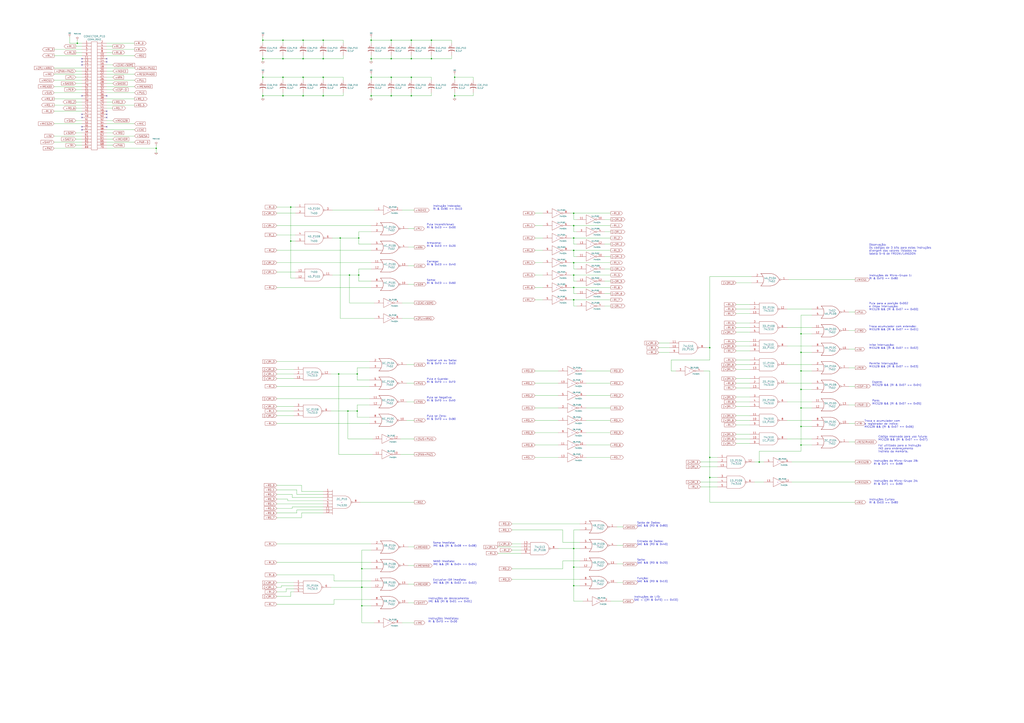
<source format=kicad_sch>
(kicad_sch (version 20250114) (generator "eeschema") (generator_version "9.0")
  (paper "A1")
  (title_block (date "2 aug 2016"))
  (text "Instruções Curtas:\nRI & 0xE0 == 0x80" (at 713.74 414.02 0) (effects (font (size 1.524 1.524)) (justify left bottom)))
  (text "Instruções do Micro-Grupo 2A:\nRI & 0xF1 == 0x90" (at 717.55 398.78 0) (effects (font (size 1.524 1.524)) (justify left bottom)))
  (text "Soma imediata: \nIME && (RI & 0x08 == 0x08)" (at 355.6 449.58 0) (effects (font (size 1.524 1.524)) (justify left bottom)))
  (text "Inibe interrupção:\nMICG2B && (RI & 0x07 == 0x02)" (at 713.74 287.02 0) (effects (font (size 1.524 1.524)) (justify left bottom)))
  (text "Pula se Zero: \nRI & 0xF0 == 0xB0" (at 350.52 345.44 0) (effects (font (size 1.524 1.524)) (justify left bottom)))
  (text "Instruções de deslocamento: \nIME && (RI & 0x01 == 0x01)" (at 351.79 495.3 0) (effects (font (size 1.524 1.524)) (justify left bottom)))
  (text "Soma: \nRI & 0xE0 == 0x60" (at 350.52 233.68 0) (effects (font (size 1.524 1.524)) (justify left bottom)))
  (text "Instruções do Micro-Grupo 2B:\nRI & 0xF1 == 0x98" (at 717.55 382.27 0) (effects (font (size 1.524 1.524)) (justify left bottom)))
  (text "Instruções imediatas: \nRI & 0xF0 == 0xD0" (at 351.79 511.81 0) (effects (font (size 1.524 1.524)) (justify left bottom)))
  (text "Pula para a posição 0x002\ne limpa interrupção:\nMICG2B && (RI & 0x07 == 0x00)" (at 713.74 255.27 0) (effects (font (size 1.524 1.524)) (justify left bottom)))
  (text "NAND imediato: \nIME && (RI & 0x04 == 0x04)" (at 355.6 464.82 0) (effects (font (size 1.524 1.524)) (justify left bottom)))
  (text "Instruções do Micro-Grupo 1:\nRI & 0xF0 == 0x80" (at 713.74 229.87 0) (effects (font (size 1.524 1.524)) (justify left bottom)))
  (text "Função:\nSAE && (RD & 0x10)" (at 523.24 478.79 0) (effects (font (size 1.524 1.524)) (justify left bottom)))
  (text "Espere:\nMICG2B && (RI & 0x07 == 0x04)" (at 716.28 317.5 0) (effects (font (size 1.524 1.524)) (justify left bottom)))
  (text "Instrução Indexada: \nRI & 0x90 == 0x10" (at 355.6 172.72 0) (effects (font (size 1.524 1.524)) (justify left bottom)))
  (text "Subtrai um ou Salta: \nRI & 0xF0 == 0xE0" (at 350.52 299.72 0) (effects (font (size 1.524 1.524)) (justify left bottom)))
  (text "Armazena: \nRI & 0xE0 == 0x20" (at 350.52 203.2 0) (effects (font (size 1.524 1.524)) (justify left bottom)))
  (text "Entrada de Dados:\nSAE && (RD & 0x40)" (at 523.24 448.31 0) (effects (font (size 1.524 1.524)) (justify left bottom)))
  (text "Observação:\nOs códigos de 3 bits para estas instruções\ndivergem dos valores listados na\ntabela 5-6 de FREGNI/LANGDON" (at 713.74 209.55 0) (effects (font (size 1.524 1.524)) (justify left bottom)))
  (text "Pula Incondicional: \nRI & 0xE0 == 0x00" (at 350.52 187.96 0) (effects (font (size 1.524 1.524)) (justify left bottom)))
  (text "Código reservado para uso futuro:\nMICG2B && (RI & 0x07 == 0x07)\n\nFoi utilizado para a instrução\nIND para endereçamento\nindireto da memória.\n" (at 721.36 372.11 0) (effects (font (size 1.524 1.524)) (justify left bottom)))
  (text "Carrega: \nRI & 0xE0 == 0x40" (at 350.52 218.44 0) (effects (font (size 1.524 1.524)) (justify left bottom)))
  (text "Troca o acumulador com\no registrador de índice:\nMICG2B && (RI & 0x07 == 0x06)" (at 709.93 351.79 0) (effects (font (size 1.524 1.524)) (justify left bottom)))
  (text "Saída de Dados:\nSAE && (RD & 0x80)" (at 523.24 433.07 0) (effects (font (size 1.524 1.524)) (justify left bottom)))
  (text "Pula se Negativo: \nRI & 0xF0 == 0xA0" (at 350.52 330.2 0) (effects (font (size 1.524 1.524)) (justify left bottom)))
  (text "Salto:\nSAE && (RD & 0x20)" (at 523.24 463.55 0) (effects (font (size 1.524 1.524)) (justify left bottom)))
  (text "Permite interrupção:\nMICG2B && (RI & 0x07 == 0x03)" (at 713.74 302.26 0) (effects (font (size 1.524 1.524)) (justify left bottom)))
  (text "Pare:\nMICG2B && (RI & 0x07 == 0x05)" (at 716.28 332.74 0) (effects (font (size 1.524 1.524)) (justify left bottom)))
  (text "Pula e Guarda: \nRI & 0xF0 == 0xF0" (at 350.52 314.96 0) (effects (font (size 1.524 1.524)) (justify left bottom)))
  (text "Troca acumulador com extensão:\nMICG2B && (RI & 0x07 == 0x01)" (at 713.74 271.78 0) (effects (font (size 1.524 1.524)) (justify left bottom)))
  (text "Exclusive-OR imediato: \nIME && (RI & 0x02 == 0x02)" (at 355.6 480.06 0) (effects (font (size 1.524 1.524)) (justify left bottom)))
  (text "Instruções de I/O:\nSAE = ((RI & 0xF0) == 0xC0)" (at 520.7 494.03 0) (effects (font (size 1.524 1.524)) (justify left bottom)))
  (junction (at 471.17 205.74))
  (junction (at 293.37 337.82))
  (junction (at 471.17 246.38))
  (junction (at 232.41 78.74))
  (junction (at 354.33 33.02))
  (junction (at 471.17 195.58))
  (junction (at 304.8 48.26))
  (junction (at 304.8 33.02))
  (junction (at 293.37 307.34))
  (junction (at 657.86 350.52))
  (junction (at 321.31 78.74))
  (junction (at 471.17 175.26))
  (junction (at 238.76 198.12))
  (junction (at 265.43 63.5))
  (junction (at 294.64 195.58))
  (junction (at 232.41 48.26))
  (junction (at 471.17 236.22))
  (junction (at 265.43 78.74))
  (junction (at 232.41 33.02))
  (junction (at 238.76 170.18))
  (junction (at 657.86 304.8))
  (junction (at 657.86 365.76))
  (junction (at 471.17 481.33))
  (junction (at 373.38 63.5))
  (junction (at 471.17 215.9))
  (junction (at 279.4 195.58))
  (junction (at 623.57 379.73))
  (junction (at 278.13 307.34))
  (junction (at 215.9 63.5))
  (junction (at 63.5 35.56))
  (junction (at 321.31 33.02))
  (junction (at 304.8 63.5))
  (junction (at 657.86 335.28))
  (junction (at 321.31 63.5))
  (junction (at 337.82 48.26))
  (junction (at 657.86 320.04))
  (junction (at 232.41 63.5))
  (junction (at 304.8 78.74))
  (junction (at 582.93 285.75))
  (junction (at 215.9 33.02))
  (junction (at 582.93 375.92))
  (junction (at 215.9 48.26))
  (junction (at 471.17 450.85))
  (junction (at 321.31 48.26))
  (junction (at 337.82 78.74))
  (junction (at 265.43 48.26))
  (junction (at 265.43 33.02))
  (junction (at 471.17 466.09))
  (junction (at 248.92 33.02))
  (junction (at 337.82 33.02))
  (junction (at 354.33 48.26))
  (junction (at 128.27 121.92))
  (junction (at 248.92 48.26))
  (junction (at 657.86 289.56))
  (junction (at 248.92 63.5))
  (junction (at 297.18 467.36))
  (junction (at 657.86 274.32))
  (junction (at 287.02 226.06))
  (junction (at 373.38 78.74))
  (junction (at 471.17 226.06))
  (junction (at 285.75 337.82))
  (junction (at 297.18 497.84))
  (junction (at 337.82 63.5))
  (junction (at 471.17 185.42))
  (junction (at 294.64 226.06))
  (junction (at 582.93 392.43))
  (junction (at 215.9 78.74))
  (junction (at 297.18 482.6))
  (junction (at 248.92 78.74))
  (no_connect (at 67.31 106.68))
  (no_connect (at 87.63 48.26))
  (no_connect (at 87.63 96.52))
  (no_connect (at 87.63 93.98))
  (no_connect (at 67.31 93.98))
  (no_connect (at 67.31 78.74))
  (no_connect (at 87.63 78.74))
  (no_connect (at 67.31 48.26))
  (no_connect (at 67.31 96.52))
  (no_connect (at 87.63 50.8))
  (no_connect (at 67.31 53.34))
  (no_connect (at 67.31 50.8))
  (no_connect (at 67.31 104.14))
  (no_connect (at 87.63 104.14))
  (no_connect (at 87.63 91.44))
  (wire (pts (xy 439.42 195.58) (xy 445.77 195.58)))
  (wire (pts (xy 702.31 332.74) (xy 697.23 332.74)))
  (wire (pts (xy 501.65 251.46) (xy 496.57 251.46)))
  (wire (pts (xy 278.13 307.34) (xy 293.37 307.34)))
  (wire (pts (xy 265.43 35.56) (xy 265.43 33.02)))
  (wire (pts (xy 471.17 185.42) (xy 471.17 190.5)))
  (wire (pts (xy 248.92 66.04) (xy 248.92 63.5)))
  (wire (pts (xy 297.18 511.81) (xy 307.34 511.81)))
  (wire (pts (xy 337.82 33.02) (xy 321.31 33.02)))
  (wire (pts (xy 274.32 477.52) (xy 304.8 477.52)))
  (wire (pts (xy 582.93 392.43) (xy 582.93 412.75)))
  (wire (pts (xy 501.65 220.98) (xy 496.57 220.98)))
  (wire (pts (xy 702.31 379.73) (xy 650.24 379.73)))
  (wire (pts (xy 471.17 226.06) (xy 501.65 226.06)))
  (wire (pts (xy 294.64 200.66) (xy 304.8 200.66)))
  (wire (pts (xy 657.86 274.32) (xy 666.75 274.32)))
  (wire (pts (xy 471.17 251.46) (xy 473.71 251.46)))
  (wire (pts (xy 582.93 304.8) (xy 577.85 304.8)))
  (wire (pts (xy 582.93 304.8) (xy 582.93 375.92)))
  (wire (pts (xy 227.33 462.28) (xy 304.8 462.28)))
  (wire (pts (xy 92.71 73.66) (xy 87.63 73.66)))
  (wire (pts (xy 340.36 330.2) (xy 334.01 330.2)))
  (wire (pts (xy 471.17 215.9) (xy 471.17 220.98)))
  (wire (pts (xy 241.3 341.63) (xy 227.33 341.63)))
  (wire (pts (xy 340.36 495.3) (xy 335.28 495.3)))
  (wire (pts (xy 240.03 408.94) (xy 265.43 408.94)))
  (wire (pts (xy 294.64 231.14) (xy 304.8 231.14)))
  (wire (pts (xy 234.95 483.87) (xy 234.95 486.41)))
  (wire (pts (xy 215.9 63.5) (xy 215.9 66.04)))
  (wire (pts (xy 501.65 335.28) (xy 481.33 335.28)))
  (wire (pts (xy 241.3 307.34) (xy 227.33 307.34)))
  (wire (pts (xy 321.31 45.72) (xy 321.31 48.26)))
  (wire (pts (xy 304.8 63.5) (xy 304.8 66.04)))
  (wire (pts (xy 227.33 425.45) (xy 247.65 425.45)))
  (wire (pts (xy 458.47 450.85) (xy 471.17 450.85)))
  (wire (pts (xy 468.63 175.26) (xy 471.17 175.26)))
  (wire (pts (xy 243.84 421.64) (xy 227.33 421.64)))
  (wire (pts (xy 439.42 355.6) (xy 458.47 355.6)))
  (wire (pts (xy 580.39 285.75) (xy 582.93 285.75)))
  (wire (pts (xy 242.57 193.04) (xy 227.33 193.04)))
  (wire (pts (xy 615.95 314.96) (xy 604.52 314.96)))
  (wire (pts (xy 666.75 314.96) (xy 646.43 314.96)))
  (wire (pts (xy 287.02 248.92) (xy 307.34 248.92)))
  (wire (pts (xy 287.02 226.06) (xy 287.02 248.92)))
  (wire (pts (xy 666.75 360.68) (xy 646.43 360.68)))
  (wire (pts (xy 227.33 236.22) (xy 304.8 236.22)))
  (wire (pts (xy 241.3 483.87) (xy 234.95 483.87)))
  (wire (pts (xy 511.81 478.79) (xy 506.73 478.79)))
  (wire (pts (xy 370.84 48.26) (xy 370.84 45.72)))
  (wire (pts (xy 240.03 416.56) (xy 265.43 416.56)))
  (wire (pts (xy 354.33 33.02) (xy 337.82 33.02)))
  (wire (pts (xy 293.37 332.74) (xy 293.37 337.82)))
  (wire (pts (xy 265.43 76.2) (xy 265.43 78.74)))
  (wire (pts (xy 471.17 435.61) (xy 471.17 450.85)))
  (wire (pts (xy 471.17 246.38) (xy 501.65 246.38)))
  (wire (pts (xy 227.33 347.98) (xy 303.53 347.98)))
  (wire (pts (xy 657.86 365.76) (xy 657.86 370.84)))
  (wire (pts (xy 471.17 185.42) (xy 501.65 185.42)))
  (wire (pts (xy 501.65 355.6) (xy 481.33 355.6)))
  (wire (pts (xy 471.17 226.06) (xy 471.17 231.14)))
  (wire (pts (xy 110.49 66.04) (xy 87.63 66.04)))
  (wire (pts (xy 44.45 91.44) (xy 67.31 91.44)))
  (wire (pts (xy 243.84 406.4) (xy 265.43 406.4)))
  (wire (pts (xy 44.45 60.96) (xy 67.31 60.96)))
  (wire (pts (xy 304.8 45.72) (xy 304.8 48.26)))
  (wire (pts (xy 549.91 285.75) (xy 541.02 285.75)))
  (wire (pts (xy 471.17 481.33) (xy 476.25 481.33)))
  (wire (pts (xy 242.57 175.26) (xy 227.33 175.26)))
  (wire (pts (xy 501.65 210.82) (xy 496.57 210.82)))
  (wire (pts (xy 92.71 38.1) (xy 87.63 38.1)))
  (wire (pts (xy 281.94 66.04) (xy 281.94 63.5)))
  (wire (pts (xy 304.8 48.26) (xy 321.31 48.26)))
  (wire (pts (xy 110.49 81.28) (xy 87.63 81.28)))
  (wire (pts (xy 354.33 78.74) (xy 337.82 78.74)))
  (wire (pts (xy 232.41 48.26) (xy 248.92 48.26)))
  (wire (pts (xy 471.17 466.09) (xy 476.25 466.09)))
  (wire (pts (xy 427.99 452.12) (xy 420.37 452.12)))
  (wire (pts (xy 462.28 467.36) (xy 462.28 461.01)))
  (wire (pts (xy 110.49 71.12) (xy 87.63 71.12)))
  (wire (pts (xy 304.8 33.02) (xy 304.8 35.56)))
  (wire (pts (xy 236.22 411.48) (xy 265.43 411.48)))
  (wire (pts (xy 279.4 261.62) (xy 307.34 261.62)))
  (wire (pts (xy 278.13 373.38) (xy 306.07 373.38)))
  (wire (pts (xy 227.33 417.83) (xy 240.03 417.83)))
  (wire (pts (xy 304.8 30.48) (xy 304.8 33.02)))
  (wire (pts (xy 215.9 30.48) (xy 215.9 33.02)))
  (wire (pts (xy 337.82 66.04) (xy 337.82 63.5)))
  (wire (pts (xy 501.65 325.12) (xy 481.33 325.12)))
  (wire (pts (xy 92.71 63.5) (xy 87.63 63.5)))
  (wire (pts (xy 227.33 478.79) (xy 241.3 478.79)))
  (wire (pts (xy 471.17 236.22) (xy 471.17 241.3)))
  (wire (pts (xy 281.94 63.5) (xy 265.43 63.5)))
  (wire (pts (xy 243.84 419.1) (xy 265.43 419.1)))
  (wire (pts (xy 501.65 190.5) (xy 496.57 190.5)))
  (wire (pts (xy 293.37 312.42) (xy 303.53 312.42)))
  (wire (pts (xy 215.9 33.02) (xy 215.9 35.56)))
  (wire (pts (xy 702.31 396.24) (xy 650.24 396.24)))
  (wire (pts (xy 110.49 60.96) (xy 87.63 60.96)))
  (wire (pts (xy 439.42 226.06) (xy 445.77 226.06)))
  (wire (pts (xy 321.31 33.02) (xy 304.8 33.02)))
  (wire (pts (xy 388.62 66.04) (xy 388.62 63.5)))
  (wire (pts (xy 373.38 60.96) (xy 373.38 63.5)))
  (wire (pts (xy 615.95 311.15) (xy 604.52 311.15)))
  (wire (pts (xy 666.75 259.08) (xy 657.86 259.08)))
  (wire (pts (xy 215.9 78.74) (xy 215.9 81.28)))
  (wire (pts (xy 619.76 379.73) (xy 623.57 379.73)))
  (wire (pts (xy 468.63 236.22) (xy 471.17 236.22)))
  (wire (pts (xy 271.78 307.34) (xy 278.13 307.34)))
  (wire (pts (xy 92.71 83.82) (xy 87.63 83.82)))
  (wire (pts (xy 227.33 414.02) (xy 265.43 414.02)))
  (wire (pts (xy 215.9 76.2) (xy 215.9 78.74)))
  (wire (pts (xy 265.43 78.74) (xy 281.94 78.74)))
  (wire (pts (xy 241.3 486.41) (xy 238.76 486.41)))
  (wire (pts (xy 666.75 254) (xy 646.43 254)))
  (wire (pts (xy 582.93 227.33) (xy 582.93 285.75)))
  (wire (pts (xy 304.8 78.74) (xy 304.8 81.28)))
  (wire (pts (xy 476.25 430.53) (xy 420.37 430.53)))
  (wire (pts (xy 328.93 373.38) (xy 340.36 373.38)))
  (wire (pts (xy 666.75 284.48) (xy 646.43 284.48)))
  (wire (pts (xy 297.18 497.84) (xy 304.8 497.84)))
  (wire (pts (xy 271.78 337.82) (xy 285.75 337.82)))
  (wire (pts (xy 501.65 494.03) (xy 511.81 494.03)))
  (wire (pts (xy 501.65 241.3) (xy 496.57 241.3)))
  (wire (pts (xy 439.42 246.38) (xy 445.77 246.38)))
  (wire (pts (xy 501.65 180.34) (xy 496.57 180.34)))
  (wire (pts (xy 615.95 250.19) (xy 604.52 250.19)))
  (wire (pts (xy 340.36 464.82) (xy 335.28 464.82)))
  (wire (pts (xy 281.94 33.02) (xy 265.43 33.02)))
  (wire (pts (xy 439.42 345.44) (xy 458.47 345.44)))
  (wire (pts (xy 278.13 307.34) (xy 278.13 373.38)))
  (wire (pts (xy 501.65 304.8) (xy 481.33 304.8)))
  (wire (pts (xy 589.28 400.05) (xy 575.31 400.05)))
  (wire (pts (xy 62.23 38.1) (xy 67.31 38.1)))
  (wire (pts (xy 340.36 203.2) (xy 335.28 203.2)))
  (wire (pts (xy 439.42 215.9) (xy 445.77 215.9)))
  (wire (pts (xy 321.31 78.74) (xy 304.8 78.74)))
  (wire (pts (xy 92.71 58.42) (xy 87.63 58.42)))
  (wire (pts (xy 337.82 63.5) (xy 321.31 63.5)))
  (wire (pts (xy 388.62 76.2) (xy 388.62 78.74)))
  (wire (pts (xy 471.17 450.85) (xy 471.17 466.09)))
  (wire (pts (xy 92.71 99.06) (xy 87.63 99.06)))
  (wire (pts (xy 337.82 35.56) (xy 337.82 33.02)))
  (wire (pts (xy 471.17 210.82) (xy 473.71 210.82)))
  (wire (pts (xy 476.25 435.61) (xy 471.17 435.61)))
  (wire (pts (xy 468.63 205.74) (xy 471.17 205.74)))
  (wire (pts (xy 238.76 486.41) (xy 238.76 490.22)))
  (wire (pts (xy 227.33 406.4) (xy 240.03 406.4)))
  (wire (pts (xy 303.53 302.26) (xy 293.37 302.26)))
  (wire (pts (xy 373.38 76.2) (xy 373.38 78.74)))
  (wire (pts (xy 44.45 40.64) (xy 67.31 40.64)))
  (wire (pts (xy 62.23 63.5) (xy 67.31 63.5)))
  (wire (pts (xy 471.17 205.74) (xy 471.17 210.82)))
  (wire (pts (xy 549.91 289.56) (xy 541.02 289.56)))
  (wire (pts (xy 337.82 78.74) (xy 321.31 78.74)))
  (wire (pts (xy 215.9 45.72) (xy 215.9 48.26)))
  (wire (pts (xy 87.63 114.3) (xy 92.71 114.3)))
  (wire (pts (xy 215.9 48.26) (xy 232.41 48.26)))
  (wire (pts (xy 589.28 383.54) (xy 575.31 383.54)))
  (wire (pts (xy 615.95 280.67) (xy 604.52 280.67)))
  (wire (pts (xy 439.42 304.8) (xy 458.47 304.8)))
  (wire (pts (xy 294.64 226.06) (xy 294.64 231.14)))
  (wire (pts (xy 110.49 76.2) (xy 87.63 76.2)))
  (wire (pts (xy 63.5 35.56) (xy 67.31 35.56)))
  (wire (pts (xy 248.92 78.74) (xy 265.43 78.74)))
  (wire (pts (xy 666.75 345.44) (xy 646.43 345.44)))
  (wire (pts (xy 227.33 472.44) (xy 274.32 472.44)))
  (wire (pts (xy 231.14 481.33) (xy 231.14 482.6)))
  (wire (pts (xy 110.49 35.56) (xy 87.63 35.56)))
  (wire (pts (xy 501.65 314.96) (xy 481.33 314.96)))
  (wire (pts (xy 657.86 350.52) (xy 666.75 350.52)))
  (wire (pts (xy 128.27 119.38) (xy 128.27 121.92)))
  (wire (pts (xy 44.45 45.72) (xy 67.31 45.72)))
  (wire (pts (xy 340.36 480.06) (xy 335.28 480.06)))
  (wire (pts (xy 373.38 78.74) (xy 373.38 81.28)))
  (wire (pts (xy 247.65 421.64) (xy 265.43 421.64)))
  (wire (pts (xy 354.33 63.5) (xy 337.82 63.5)))
  (wire (pts (xy 242.57 223.52) (xy 227.33 223.52)))
  (wire (pts (xy 238.76 170.18) (xy 242.57 170.18)))
  (wire (pts (xy 238.76 490.22) (xy 227.33 490.22)))
  (wire (pts (xy 354.33 45.72) (xy 354.33 48.26)))
  (wire (pts (xy 297.18 497.84) (xy 297.18 511.81)))
  (wire (pts (xy 238.76 170.18) (xy 238.76 198.12)))
  (wire (pts (xy 110.49 111.76) (xy 87.63 111.76)))
  (wire (pts (xy 427.99 447.04) (xy 420.37 447.04)))
  (wire (pts (xy 243.84 421.64) (xy 243.84 419.1)))
  (wire (pts (xy 227.33 327.66) (xy 303.53 327.66)))
  (wire (pts (xy 287.02 226.06) (xy 294.64 226.06)))
  (wire (pts (xy 439.42 314.96) (xy 458.47 314.96)))
  (wire (pts (xy 657.86 335.28) (xy 666.75 335.28)))
  (wire (pts (xy 248.92 35.56) (xy 248.92 33.02)))
  (wire (pts (xy 241.3 337.82) (xy 227.33 337.82)))
  (wire (pts (xy 232.41 33.02) (xy 215.9 33.02)))
  (wire (pts (xy 243.84 402.59) (xy 243.84 406.4)))
  (wire (pts (xy 330.2 248.92) (xy 340.36 248.92)))
  (wire (pts (xy 232.41 63.5) (xy 232.41 66.04)))
  (wire (pts (xy 702.31 317.5) (xy 697.23 317.5)))
  (wire (pts (xy 615.95 295.91) (xy 604.52 295.91)))
  (wire (pts (xy 468.63 215.9) (xy 471.17 215.9)))
  (wire (pts (xy 110.49 106.68) (xy 87.63 106.68)))
  (wire (pts (xy 471.17 246.38) (xy 471.17 251.46)))
  (wire (pts (xy 615.95 284.48) (xy 604.52 284.48)))
  (wire (pts (xy 615.95 299.72) (xy 604.52 299.72)))
  (wire (pts (xy 273.05 195.58) (xy 279.4 195.58)))
  (wire (pts (xy 279.4 195.58) (xy 279.4 261.62)))
  (wire (pts (xy 582.93 285.75) (xy 582.93 295.91)))
  (wire (pts (xy 281.94 78.74) (xy 281.94 76.2)))
  (wire (pts (xy 340.36 412.75) (xy 295.91 412.75)))
  (wire (pts (xy 297.18 482.6) (xy 297.18 497.84)))
  (wire (pts (xy 274.32 496.57) (xy 227.33 496.57)))
  (wire (pts (xy 293.37 342.9) (xy 303.53 342.9)))
  (wire (pts (xy 234.95 486.41) (xy 227.33 486.41)))
  (wire (pts (xy 373.38 63.5) (xy 373.38 66.04)))
  (wire (pts (xy 501.65 200.66) (xy 496.57 200.66)))
  (wire (pts (xy 340.36 345.44) (xy 334.01 345.44)))
  (wire (pts (xy 304.8 48.26) (xy 304.8 50.8)))
  (wire (pts (xy 274.32 472.44) (xy 274.32 477.52)))
  (wire (pts (xy 330.2 261.62) (xy 340.36 261.62)))
  (wire (pts (xy 439.42 325.12) (xy 458.47 325.12)))
  (wire (pts (xy 87.63 121.92) (xy 128.27 121.92)))
  (wire (pts (xy 468.63 195.58) (xy 471.17 195.58)))
  (wire (pts (xy 304.8 190.5) (xy 294.64 190.5)))
  (wire (pts (xy 582.93 295.91) (xy 551.18 295.91)))
  (wire (pts (xy 247.65 398.78) (xy 247.65 403.86)))
  (wire (pts (xy 623.57 370.84) (xy 657.86 370.84)))
  (wire (pts (xy 471.17 190.5) (xy 473.71 190.5)))
  (wire (pts (xy 304.8 220.98) (xy 294.64 220.98)))
  (wire (pts (xy 657.86 335.28) (xy 657.86 350.52)))
  (wire (pts (xy 227.33 185.42) (xy 304.8 185.42)))
  (wire (pts (xy 439.42 365.76) (xy 458.47 365.76)))
  (wire (pts (xy 294.64 195.58) (xy 294.64 200.66)))
  (wire (pts (xy 471.17 215.9) (xy 501.65 215.9)))
  (wire (pts (xy 271.78 482.6) (xy 297.18 482.6)))
  (wire (pts (xy 62.23 88.9) (xy 67.31 88.9)))
  (wire (pts (xy 615.95 273.05) (xy 604.52 273.05)))
  (wire (pts (xy 471.17 220.98) (xy 473.71 220.98)))
  (wire (pts (xy 227.33 205.74) (xy 304.8 205.74)))
  (wire (pts (xy 62.23 68.58) (xy 67.31 68.58)))
  (wire (pts (xy 462.28 461.01) (xy 476.25 461.01)))
  (wire (pts (xy 297.18 452.12) (xy 297.18 467.36)))
  (wire (pts (xy 657.86 365.76) (xy 666.75 365.76)))
  (wire (pts (xy 501.65 345.44) (xy 481.33 345.44)))
  (wire (pts (xy 666.75 269.24) (xy 646.43 269.24)))
  (wire (pts (xy 285.75 337.82) (xy 293.37 337.82)))
  (wire (pts (xy 44.45 111.76) (xy 67.31 111.76)))
  (wire (pts (xy 582.93 227.33) (xy 617.22 227.33)))
  (wire (pts (xy 231.14 482.6) (xy 227.33 482.6)))
  (wire (pts (xy 615.95 257.81) (xy 604.52 257.81)))
  (wire (pts (xy 501.65 375.92) (xy 481.33 375.92)))
  (wire (pts (xy 247.65 403.86) (xy 265.43 403.86)))
  (wire (pts (xy 337.82 76.2) (xy 337.82 78.74)))
  (wire (pts (xy 248.92 45.72) (xy 248.92 48.26)))
  (wire (pts (xy 370.84 33.02) (xy 354.33 33.02)))
  (wire (pts (xy 62.23 58.42) (xy 67.31 58.42)))
  (wire (pts (xy 657.86 289.56) (xy 657.86 304.8)))
  (wire (pts (xy 57.15 30.48) (xy 57.15 35.56)))
  (wire (pts (xy 471.17 466.09) (xy 471.17 481.33)))
  (wire (pts (xy 231.14 481.33) (xy 241.3 481.33)))
  (wire (pts (xy 370.84 35.56) (xy 370.84 33.02)))
  (wire (pts (xy 232.41 76.2) (xy 232.41 78.74)))
  (wire (pts (xy 44.45 101.6) (xy 67.31 101.6)))
  (wire (pts (xy 354.33 66.04) (xy 354.33 63.5)))
  (wire (pts (xy 248.92 48.26) (xy 265.43 48.26)))
  (wire (pts (xy 265.43 48.26) (xy 281.94 48.26)))
  (wire (pts (xy 328.93 360.68) (xy 340.36 360.68)))
  (wire (pts (xy 615.95 341.63) (xy 604.52 341.63)))
  (wire (pts (xy 623.57 379.73) (xy 627.38 379.73)))
  (wire (pts (xy 62.23 114.3) (xy 67.31 114.3)))
  (wire (pts (xy 240.03 417.83) (xy 240.03 416.56)))
  (wire (pts (xy 321.31 33.02) (xy 321.31 35.56)))
  (wire (pts (xy 551.18 304.8) (xy 554.99 304.8)))
  (wire (pts (xy 471.17 231.14) (xy 473.71 231.14)))
  (wire (pts (xy 468.63 185.42) (xy 471.17 185.42)))
  (wire (pts (xy 615.95 254) (xy 604.52 254)))
  (wire (pts (xy 615.95 303.53) (xy 604.52 303.53)))
  (wire (pts (xy 471.17 175.26) (xy 471.17 180.34)))
  (wire (pts (xy 285.75 360.68) (xy 306.07 360.68)))
  (wire (pts (xy 215.9 78.74) (xy 232.41 78.74)))
  (wire (pts (xy 615.95 356.87) (xy 604.52 356.87)))
  (wire (pts (xy 615.95 288.29) (xy 604.52 288.29)))
  (wire (pts (xy 241.3 311.15) (xy 227.33 311.15)))
  (wire (pts (xy 615.95 269.24) (xy 604.52 269.24)))
  (wire (pts (xy 582.93 412.75) (xy 702.31 412.75)))
  (wire (pts (xy 337.82 48.26) (xy 354.33 48.26)))
  (wire (pts (xy 238.76 198.12) (xy 242.57 198.12)))
  (wire (pts (xy 110.49 101.6) (xy 87.63 101.6)))
  (wire (pts (xy 227.33 170.18) (xy 238.76 170.18)))
  (wire (pts (xy 303.53 332.74) (xy 293.37 332.74)))
  (wire (pts (xy 471.17 195.58) (xy 501.65 195.58)))
  (wire (pts (xy 62.23 119.38) (xy 67.31 119.38)))
  (wire (pts (xy 471.17 236.22) (xy 501.65 236.22)))
  (wire (pts (xy 471.17 200.66) (xy 473.71 200.66)))
  (wire (pts (xy 511.81 463.55) (xy 506.73 463.55)))
  (wire (pts (xy 247.65 425.45) (xy 247.65 421.64)))
  (wire (pts (xy 551.18 295.91) (xy 551.18 304.8)))
  (wire (pts (xy 110.49 45.72) (xy 87.63 45.72)))
  (wire (pts (xy 462.28 435.61) (xy 420.37 435.61)))
  (wire (pts (xy 44.45 71.12) (xy 67.31 71.12)))
  (wire (pts (xy 44.45 121.92) (xy 67.31 121.92)))
  (wire (pts (xy 293.37 307.34) (xy 293.37 312.42)))
  (wire (pts (xy 62.23 73.66) (xy 67.31 73.66)))
  (wire (pts (xy 340.36 233.68) (xy 335.28 233.68)))
  (wire (pts (xy 702.31 347.98) (xy 697.23 347.98)))
  (wire (pts (xy 274.32 492.76) (xy 274.32 496.57)))
  (wire (pts (xy 44.45 66.04) (xy 67.31 66.04)))
  (wire (pts (xy 615.95 349.25) (xy 604.52 349.25)))
  (wire (pts (xy 623.57 379.73) (xy 623.57 370.84)))
  (wire (pts (xy 615.95 345.44) (xy 604.52 345.44)))
  (wire (pts (xy 44.45 86.36) (xy 67.31 86.36)))
  (wire (pts (xy 285.75 337.82) (xy 285.75 360.68)))
  (wire (pts (xy 92.71 109.22) (xy 87.63 109.22)))
  (wire (pts (xy 321.31 63.5) (xy 304.8 63.5)))
  (wire (pts (xy 44.45 76.2) (xy 67.31 76.2)))
  (wire (pts (xy 238.76 228.6) (xy 242.57 228.6)))
  (wire (pts (xy 265.43 63.5) (xy 248.92 63.5)))
  (wire (pts (xy 92.71 53.34) (xy 87.63 53.34)))
  (wire (pts (xy 511.81 448.31) (xy 506.73 448.31)))
  (wire (pts (xy 619.76 396.24) (xy 627.38 396.24)))
  (wire (pts (xy 294.64 220.98) (xy 294.64 226.06)))
  (wire (pts (xy 468.63 246.38) (xy 471.17 246.38)))
  (wire (pts (xy 582.93 392.43) (xy 589.28 392.43)))
  (wire (pts (xy 657.86 350.52) (xy 657.86 365.76)))
  (wire (pts (xy 549.91 281.94) (xy 541.02 281.94)))
  (wire (pts (xy 265.43 66.04) (xy 265.43 63.5)))
  (wire (pts (xy 67.31 109.22) (xy 62.23 109.22)))
  (wire (pts (xy 232.41 63.5) (xy 215.9 63.5)))
  (wire (pts (xy 340.36 187.96) (xy 335.28 187.96)))
  (wire (pts (xy 321.31 63.5) (xy 321.31 66.04)))
  (wire (pts (xy 248.92 63.5) (xy 232.41 63.5)))
  (wire (pts (xy 511.81 433.07) (xy 506.73 433.07)))
  (wire (pts (xy 702.31 271.78) (xy 697.23 271.78)))
  (wire (pts (xy 657.86 320.04) (xy 657.86 335.28)))
  (wire (pts (xy 297.18 467.36) (xy 304.8 467.36)))
  (wire (pts (xy 427.99 449.58) (xy 408.94 449.58)))
  (wire (pts (xy 471.17 175.26) (xy 501.65 175.26)))
  (wire (pts (xy 215.9 48.26) (xy 215.9 50.8)))
  (wire (pts (xy 589.28 379.73) (xy 575.31 379.73)))
  (wire (pts (xy 657.86 304.8) (xy 666.75 304.8)))
  (wire (pts (xy 354.33 76.2) (xy 354.33 78.74)))
  (wire (pts (xy 439.42 375.92) (xy 458.47 375.92)))
  (wire (pts (xy 248.92 33.02) (xy 232.41 33.02)))
  (wire (pts (xy 110.49 40.64) (xy 87.63 40.64)))
  (wire (pts (xy 702.31 229.87) (xy 647.7 229.87)))
  (wire (pts (xy 439.42 185.42) (xy 445.77 185.42)))
  (wire (pts (xy 281.94 35.56) (xy 281.94 33.02)))
  (wire (pts (xy 337.82 45.72) (xy 337.82 48.26)))
  (wire (pts (xy 582.93 375.92) (xy 589.28 375.92)))
  (wire (pts (xy 666.75 330.2) (xy 646.43 330.2)))
  (wire (pts (xy 615.95 364.49) (xy 604.52 364.49)))
  (wire (pts (xy 92.71 68.58) (xy 87.63 68.58)))
  (wire (pts (xy 232.41 78.74) (xy 248.92 78.74)))
  (wire (pts (xy 340.36 314.96) (xy 334.01 314.96)))
  (wire (pts (xy 657.86 320.04) (xy 666.75 320.04)))
  (wire (pts (xy 274.32 492.76) (xy 304.8 492.76)))
  (wire (pts (xy 657.86 274.32) (xy 657.86 289.56)))
  (wire (pts (xy 273.05 172.72) (xy 307.34 172.72)))
  (wire (pts (xy 340.36 218.44) (xy 335.28 218.44)))
  (wire (pts (xy 128.27 121.92) (xy 128.27 125.73)))
  (wire (pts (xy 354.33 35.56) (xy 354.33 33.02)))
  (wire (pts (xy 227.33 447.04) (xy 304.8 447.04)))
  (wire (pts (xy 439.42 236.22) (xy 445.77 236.22)))
  (wire (pts (xy 340.36 299.72) (xy 334.01 299.72)))
  (wire (pts (xy 615.95 330.2) (xy 604.52 330.2)))
  (wire (pts (xy 44.45 55.88) (xy 67.31 55.88)))
  (wire (pts (xy 215.9 60.96) (xy 215.9 63.5)))
  (wire (pts (xy 388.62 63.5) (xy 373.38 63.5)))
  (wire (pts (xy 388.62 78.74) (xy 373.38 78.74)))
  (wire (pts (xy 297.18 467.36) (xy 297.18 482.6)))
  (wire (pts (xy 582.93 375.92) (xy 582.93 392.43)))
  (wire (pts (xy 227.33 317.5) (xy 303.53 317.5)))
  (wire (pts (xy 227.33 402.59) (xy 243.84 402.59)))
  (wire (pts (xy 471.17 180.34) (xy 473.71 180.34)))
  (wire (pts (xy 702.31 363.22) (xy 697.23 363.22)))
  (wire (pts (xy 471.17 241.3) (xy 473.71 241.3)))
  (wire (pts (xy 702.31 302.26) (xy 697.23 302.26)))
  (wire (pts (xy 92.71 119.38) (xy 87.63 119.38)))
  (wire (pts (xy 439.42 205.74) (xy 445.77 205.74)))
  (wire (pts (xy 227.33 398.78) (xy 247.65 398.78)))
  (wire (pts (xy 273.05 226.06) (xy 287.02 226.06)))
  (wire (pts (xy 330.2 172.72) (xy 340.36 172.72)))
  (wire (pts (xy 589.28 396.24) (xy 575.31 396.24)))
  (wire (pts (xy 439.42 175.26) (xy 445.77 175.26)))
  (wire (pts (xy 304.8 60.96) (xy 304.8 63.5)))
  (wire (pts (xy 63.5 33.02) (xy 63.5 35.56)))
  (wire (pts (xy 62.23 83.82) (xy 67.31 83.82)))
  (wire (pts (xy 617.22 232.41) (xy 604.52 232.41)))
  (wire (pts (xy 354.33 48.26) (xy 370.84 48.26)))
  (wire (pts (xy 471.17 494.03) (xy 478.79 494.03)))
  (wire (pts (xy 702.31 256.54) (xy 697.23 256.54)))
  (wire (pts (xy 265.43 45.72) (xy 265.43 48.26)))
  (wire (pts (xy 92.71 43.18) (xy 87.63 43.18)))
  (wire (pts (xy 471.17 450.85) (xy 476.25 450.85)))
  (wire (pts (xy 471.17 195.58) (xy 471.17 200.66)))
  (wire (pts (xy 227.33 215.9) (xy 304.8 215.9)))
  (wire (pts (xy 304.8 76.2) (xy 304.8 78.74)))
  (wire (pts (xy 232.41 45.72) (xy 232.41 48.26)))
  (wire (pts (xy 321.31 76.2) (xy 321.31 78.74)))
  (wire (pts (xy 340.36 449.58) (xy 335.28 449.58)))
  (wire (pts (xy 657.86 259.08) (xy 657.86 274.32)))
  (wire (pts (xy 330.2 511.81) (xy 340.36 511.81)))
  (wire (pts (xy 62.23 43.18) (xy 67.31 43.18)))
  (wire (pts (xy 281.94 48.26) (xy 281.94 45.72)))
  (wire (pts (xy 666.75 299.72) (xy 646.43 299.72)))
  (wire (pts (xy 439.42 335.28) (xy 458.47 335.28)))
  (wire (pts (xy 248.92 76.2) (xy 248.92 78.74)))
  (wire (pts (xy 615.95 334.01) (xy 604.52 334.01)))
  (wire (pts (xy 297.18 482.6) (xy 304.8 482.6)))
  (wire (pts (xy 471.17 481.33) (xy 471.17 494.03)))
  (wire (pts (xy 501.65 365.76) (xy 481.33 365.76)))
  (wire (pts (xy 294.64 190.5) (xy 294.64 195.58)))
  (wire (pts (xy 304.8 452.12) (xy 297.18 452.12)))
  (wire (pts (xy 240.03 406.4) (xy 240.03 408.94)))
  (wire (pts (xy 227.33 410.21) (xy 236.22 410.21)))
  (wire (pts (xy 462.28 435.61) (xy 462.28 445.77)))
  (wire (pts (xy 44.45 81.28) (xy 67.31 81.28)))
  (wire (pts (xy 468.63 226.06) (xy 471.17 226.06)))
  (wire (pts (xy 110.49 116.84) (xy 87.63 116.84)))
  (wire (pts (xy 232.41 33.02) (xy 232.41 35.56)))
  (wire (pts (xy 279.4 195.58) (xy 294.64 195.58)))
  (wire (pts (xy 615.95 265.43) (xy 604.52 265.43)))
  (wire (pts (xy 238.76 198.12) (xy 238.76 228.6)))
  (wire (pts (xy 92.71 88.9) (xy 87.63 88.9)))
  (wire (pts (xy 471.17 205.74) (xy 501.65 205.74)))
  (wire (pts (xy 615.95 326.39) (xy 604.52 326.39)))
  (wire (pts (xy 241.3 334.01) (xy 227.33 334.01)))
  (wire (pts (xy 265.43 33.02) (xy 248.92 33.02)))
  (wire (pts (xy 462.28 467.36) (xy 420.37 467.36)))
  (wire (pts (xy 321.31 48.26) (xy 337.82 48.26)))
  (wire (pts (xy 110.49 86.36) (xy 87.63 86.36)))
  (wire (pts (xy 657.86 289.56) (xy 666.75 289.56)))
  (wire (pts (xy 110.49 55.88) (xy 87.63 55.88)))
  (wire (pts (xy 62.23 99.06) (xy 67.31 99.06)))
  (wire (pts (xy 702.31 287.02) (xy 697.23 287.02)))
  (wire (pts (xy 501.65 231.14) (xy 496.57 231.14)))
  (wire (pts (xy 236.22 410.21) (xy 236.22 411.48)))
  (wire (pts (xy 44.45 116.84) (xy 67.31 116.84)))
  (wire (pts (xy 476.25 476.25) (xy 420.37 476.25)))
  (wire (pts (xy 427.99 454.66) (xy 408.94 454.66)))
  (wire (pts (xy 615.95 360.68) (xy 604.52 360.68)))
  (wire (pts (xy 615.95 318.77) (xy 604.52 318.77)))
  (wire (pts (xy 241.3 303.53) (xy 227.33 303.53)))
  (wire (pts (xy 293.37 337.82) (xy 293.37 342.9)))
  (wire (pts (xy 57.15 35.56) (xy 63.5 35.56)))
  (wire (pts (xy 293.37 302.26) (xy 293.37 307.34)))
  (wire (pts (xy 227.33 297.18) (xy 303.53 297.18)))
  (wire (pts (xy 657.86 304.8) (xy 657.86 320.04)))
  (wire (pts (xy 462.28 445.77) (xy 476.25 445.77)))
  (global_label "-RI_6" (shape input) (at 604.52 269.24 180) (effects (font (size 1.524 1.524))) (property "Intersheetrefs" "${INTERSHEET_REFS}" (effects (hide yes))))
  (global_label "(+)RI_0" (shape output) (at 501.65 180.34 0) (effects (font (size 1.524 1.524))) (property "Intersheetrefs" "${INTERSHEET_REFS}" (effects (hide yes))))
  (global_label "(+)RI_6" (shape output) (at 501.65 241.3 0) (effects (font (size 1.524 1.524))) (property "Intersheetrefs" "${INTERSHEET_REFS}" (effects (hide yes))))
  (global_label "+INDICE" (shape output) (at 340.36 172.72 0) (effects (font (size 1.524 1.524))) (property "Intersheetrefs" "${INTERSHEET_REFS}" (effects (hide yes))))
  (global_label "-RD_2" (shape input) (at 420.37 467.36 180) (effects (font (size 1.524 1.524))) (property "Intersheetrefs" "${INTERSHEET_REFS}" (effects (hide yes))))
  (global_label "-RI_3" (shape output) (at 501.65 205.74 0) (effects (font (size 1.524 1.524))) (property "Intersheetrefs" "${INTERSHEET_REFS}" (effects (hide yes))))
  (global_label "+CAC" (shape output) (at 340.36 218.44 0) (effects (font (size 1.524 1.524))) (property "Intersheetrefs" "${INTERSHEET_REFS}" (effects (hide yes))))
  (global_label "-RD_0" (shape input) (at 227.33 398.78 180) (effects (font (size 1.524 1.524))) (property "Intersheetrefs" "${INTERSHEET_REFS}" (effects (hide yes))))
  (global_label "(+)RI_6" (shape input) (at 604.52 284.48 180) (effects (font (size 1.524 1.524))) (property "Intersheetrefs" "${INTERSHEET_REFS}" (effects (hide yes))))
  (global_label "-RD_5" (shape input) (at 227.33 417.83 180) (effects (font (size 1.524 1.524))) (property "Intersheetrefs" "${INTERSHEET_REFS}" (effects (hide yes))))
  (global_label "(+)RI_1" (shape output) (at 501.65 190.5 0) (effects (font (size 1.524 1.524))) (property "Intersheetrefs" "${INTERSHEET_REFS}" (effects (hide yes))))
  (global_label "+RESERVADO" (shape output) (at 702.31 363.22 0) (effects (font (size 1.524 1.524))) (property "Intersheetrefs" "${INTERSHEET_REFS}" (effects (hide yes))))
  (global_label "+PAZ" (shape input) (at 44.45 121.92 180) (effects (font (size 1.524 1.524))) (property "Intersheetrefs" "${INTERSHEET_REFS}" (effects (hide yes))))
  (global_label "+PUL" (shape input) (at 110.49 66.04 0) (effects (font (size 1.524 1.524))) (property "Intersheetrefs" "${INTERSHEET_REFS}" (effects (hide yes))))
  (global_label "+MIC" (shape output) (at 702.31 412.75 0) (effects (font (size 1.524 1.524))) (property "Intersheetrefs" "${INTERSHEET_REFS}" (effects (hide yes))))
  (global_label "+SAEFU" (shape output) (at 511.81 478.79 0) (effects (font (size 1.524 1.524))) (property "Intersheetrefs" "${INTERSHEET_REFS}" (effects (hide yes))))
  (global_label "+RI_4" (shape input) (at 439.42 215.9 180) (effects (font (size 1.524 1.524))) (property "Intersheetrefs" "${INTERSHEET_REFS}" (effects (hide yes))))
  (global_label "+MICG2B" (shape input) (at 92.71 99.06 0) (effects (font (size 1.524 1.524))) (property "Intersheetrefs" "${INTERSHEET_REFS}" (effects (hide yes))))
  (global_label "+RI_1" (shape input) (at 439.42 185.42 180) (effects (font (size 1.524 1.524))) (property "Intersheetrefs" "${INTERSHEET_REFS}" (effects (hide yes))))
  (global_label "+RD_6" (shape input) (at 439.42 365.76 180) (effects (font (size 1.524 1.524))) (property "Intersheetrefs" "${INTERSHEET_REFS}" (effects (hide yes))))
  (global_label "+PLI" (shape input) (at 62.23 63.5 180) (effects (font (size 1.524 1.524))) (property "Intersheetrefs" "${INTERSHEET_REFS}" (effects (hide yes))))
  (global_label "+ESP-D" (shape output) (at 702.31 317.5 0) (effects (font (size 1.524 1.524))) (property "Intersheetrefs" "${INTERSHEET_REFS}" (effects (hide yes))))
  (global_label "-RI_6" (shape input) (at 604.52 330.2 180) (effects (font (size 1.524 1.524))) (property "Intersheetrefs" "${INTERSHEET_REFS}" (effects (hide yes))))
  (global_label "+SAEDE" (shape output) (at 511.81 448.31 0) (effects (font (size 1.524 1.524))) (property "Intersheetrefs" "${INTERSHEET_REFS}" (effects (hide yes))))
  (global_label "(+)RI_6" (shape input) (at 604.52 360.68 180) (effects (font (size 1.524 1.524))) (property "Intersheetrefs" "${INTERSHEET_REFS}" (effects (hide yes))))
  (global_label "+INI" (shape input) (at 44.45 111.76 180) (effects (font (size 1.524 1.524))) (property "Intersheetrefs" "${INTERSHEET_REFS}" (effects (hide yes))))
  (global_label "-RD_4" (shape input) (at 227.33 414.02 180) (effects (font (size 1.524 1.524))) (property "Intersheetrefs" "${INTERSHEET_REFS}" (effects (hide yes))))
  (global_label "(+)RI_5" (shape input) (at 604.52 326.39 180) (effects (font (size 1.524 1.524))) (property "Intersheetrefs" "${INTERSHEET_REFS}" (effects (hide yes))))
  (global_label "+RI_4" (shape output) (at 110.49 40.64 0) (effects (font (size 1.524 1.524))) (property "Intersheetrefs" "${INTERSHEET_REFS}" (effects (hide yes))))
  (global_label "-RD_6" (shape input) (at 227.33 421.64 180) (effects (font (size 1.524 1.524))) (property "Intersheetrefs" "${INTERSHEET_REFS}" (effects (hide yes))))
  (global_label "+MICG2A" (shape input) (at 44.45 101.6 180) (effects (font (size 1.524 1.524))) (property "Intersheetrefs" "${INTERSHEET_REFS}" (effects (hide yes))))
  (global_label "-RD_3" (shape input) (at 227.33 410.21 180) (effects (font (size 1.524 1.524))) (property "Intersheetrefs" "${INTERSHEET_REFS}" (effects (hide yes))))
  (global_label "-RI_1" (shape input) (at 227.33 337.82 180) (effects (font (size 1.524 1.524))) (property "Intersheetrefs" "${INTERSHEET_REFS}" (effects (hide yes))))
  (global_label "-RI_7" (shape input) (at 604.52 257.81 180) (effects (font (size 1.524 1.524))) (property "Intersheetrefs" "${INTERSHEET_REFS}" (effects (hide yes))))
  (global_label "-RI_1" (shape input) (at 541.02 285.75 180) (effects (font (size 1.524 1.524))) (property "Intersheetrefs" "${INTERSHEET_REFS}" (effects (hide yes))))
  (global_label "+SOM" (shape input) (at 62.23 109.22 180) (effects (font (size 1.524 1.524))) (property "Intersheetrefs" "${INTERSHEET_REFS}" (effects (hide yes))))
  (global_label "-RI_5" (shape input) (at 604.52 265.43 180) (effects (font (size 1.524 1.524))) (property "Intersheetrefs" "${INTERSHEET_REFS}" (effects (hide yes))))
  (global_label "(+)RI_0" (shape input) (at 420.37 447.04 180) (effects (font (size 1.524 1.524))) (property "Intersheetrefs" "${INTERSHEET_REFS}" (effects (hide yes))))
  (global_label "+RD_4" (shape input) (at 439.42 345.44 180) (effects (font (size 1.524 1.524))) (property "Intersheetrefs" "${INTERSHEET_REFS}" (effects (hide yes))))
  (global_label "+RI_0" (shape output) (at 110.49 35.56 0) (effects (font (size 1.524 1.524))) (property "Intersheetrefs" "${INTERSHEET_REFS}" (effects (hide yes))))
  (global_label "+RI_2" (shape output) (at 92.71 38.1 0) (effects (font (size 1.524 1.524))) (property "Intersheetrefs" "${INTERSHEET_REFS}" (effects (hide yes))))
  (global_label "+MIC" (shape input) (at 110.49 101.6 0) (effects (font (size 1.524 1.524))) (property "Intersheetrefs" "${INTERSHEET_REFS}" (effects (hide yes))))
  (global_label "+PUL" (shape output) (at 702.31 256.54 0) (effects (font (size 1.524 1.524))) (property "Intersheetrefs" "${INTERSHEET_REFS}" (effects (hide yes))))
  (global_label "-RI_6" (shape input) (at 604.52 314.96 180) (effects (font (size 1.524 1.524))) (property "Intersheetrefs" "${INTERSHEET_REFS}" (effects (hide yes))))
  (global_label "-RI_0" (shape output) (at 501.65 175.26 0) (effects (font (size 1.524 1.524))) (property "Intersheetrefs" "${INTERSHEET_REFS}" (effects (hide yes))))
  (global_label "+CAC" (shape input) (at 110.49 106.68 0) (effects (font (size 1.524 1.524))) (property "Intersheetrefs" "${INTERSHEET_REFS}" (effects (hide yes))))
  (global_label "+RI_0" (shape input) (at 439.42 175.26 180) (effects (font (size 1.524 1.524))) (property "Intersheetrefs" "${INTERSHEET_REFS}" (effects (hide yes))))
  (global_label "+INI" (shape output) (at 702.31 287.02 0) (effects (font (size 1.524 1.524))) (property "Intersheetrefs" "${INTERSHEET_REFS}" (effects (hide yes))))
  (global_label "-RI_2" (shape output) (at 501.65 195.58 0) (effects (font (size 1.524 1.524))) (property "Intersheetrefs" "${INTERSHEET_REFS}" (effects (hide yes))))
  (global_label "(+)RI_3" (shape output) (at 501.65 210.82 0) (effects (font (size 1.524 1.524))) (property "Intersheetrefs" "${INTERSHEET_REFS}" (effects (hide yes))))
  (global_label "(+)RI_7" (shape input) (at 604.52 273.05 180) (effects (font (size 1.524 1.524))) (property "Intersheetrefs" "${INTERSHEET_REFS}" (effects (hide yes))))
  (global_label "-RI_2" (shape input) (at 227.33 236.22 180) (effects (font (size 1.524 1.524))) (property "Intersheetrefs" "${INTERSHEET_REFS}" (effects (hide yes))))
  (global_label "+IMEADD" (shape output) (at 340.36 449.58 0) (effects (font (size 1.524 1.524))) (property "Intersheetrefs" "${INTERSHEET_REFS}" (effects (hide yes))))
  (global_label "+RD_6" (shape output) (at 62.23 88.9 180) (effects (font (size 1.524 1.524))) (property "Intersheetrefs" "${INTERSHEET_REFS}" (effects (hide yes))))
  (global_label "(+)RI_2" (shape input) (at 227.33 215.9 180) (effects (font (size 1.524 1.524))) (property "Intersheetrefs" "${INTERSHEET_REFS}" (effects (hide yes))))
  (global_label "(+)RI_7" (shape input) (at 604.52 303.53 180) (effects (font (size 1.524 1.524))) (property "Intersheetrefs" "${INTERSHEET_REFS}" (effects (hide yes))))
  (global_label "-RI_3" (shape input) (at 227.33 317.5 180) (effects (font (size 1.524 1.524))) (property "Intersheetrefs" "${INTERSHEET_REFS}" (effects (hide yes))))
  (global_label "(+)RI_4" (shape output) (at 501.65 220.98 0) (effects (font (size 1.524 1.524))) (property "Intersheetrefs" "${INTERSHEET_REFS}" (effects (hide yes))))
  (global_label "-RI_5" (shape input) (at 227.33 462.28 180) (effects (font (size 1.524 1.524))) (property "Intersheetrefs" "${INTERSHEET_REFS}" (effects (hide yes))))
  (global_label "(+)RI_7" (shape output) (at 501.65 251.46 0) (effects (font (size 1.524 1.524))) (property "Intersheetrefs" "${INTERSHEET_REFS}" (effects (hide yes))))
  (global_label "(+)RI_1" (shape input) (at 227.33 307.34 180) (effects (font (size 1.524 1.524))) (property "Intersheetrefs" "${INTERSHEET_REFS}" (effects (hide yes))))
  (global_label "+SAEDS" (shape output) (at 511.81 433.07 0) (effects (font (size 1.524 1.524))) (property "Intersheetrefs" "${INTERSHEET_REFS}" (effects (hide yes))))
  (global_label "-RI_2" (shape input) (at 420.37 452.12 180) (effects (font (size 1.524 1.524))) (property "Intersheetrefs" "${INTERSHEET_REFS}" (effects (hide yes))))
  (global_label "(+)RI_2" (shape input) (at 227.33 341.63 180) (effects (font (size 1.524 1.524))) (property "Intersheetrefs" "${INTERSHEET_REFS}" (effects (hide yes))))
  (global_label "+IME" (shape input) (at 44.45 60.96 180) (effects (font (size 1.524 1.524))) (property "Intersheetrefs" "${INTERSHEET_REFS}" (effects (hide yes))))
  (global_label "+IME" (shape output) (at 340.36 511.81 0) (effects (font (size 1.524 1.524))) (property "Intersheetrefs" "${INTERSHEET_REFS}" (effects (hide yes))))
  (global_label "(+)RI_3" (shape input) (at 604.52 232.41 180) (effects (font (size 1.524 1.524))) (property "Intersheetrefs" "${INTERSHEET_REFS}" (effects (hide yes))))
  (global_label "+ARA" (shape input) (at 92.71 63.5 0) (effects (font (size 1.524 1.524))) (property "Intersheetrefs" "${INTERSHEET_REFS}" (effects (hide yes))))
  (global_label "+PAN" (shape input) (at 92.71 119.38 0) (effects (font (size 1.524 1.524))) (property "Intersheetrefs" "${INTERSHEET_REFS}" (effects (hide yes))))
  (global_label "(+)RI_0" (shape input) (at 541.02 281.94 180) (effects (font (size 1.524 1.524))) (property "Intersheetrefs" "${INTERSHEET_REFS}" (effects (hide yes))))
  (global_label "+PUG" (shape output) (at 340.36 314.96 0) (effects (font (size 1.524 1.524))) (property "Intersheetrefs" "${INTERSHEET_REFS}" (effects (hide yes))))
  (global_label "-RD_1" (shape input) (at 420.37 435.61 180) (effects (font (size 1.524 1.524))) (property "Intersheetrefs" "${INTERSHEET_REFS}" (effects (hide yes))))
  (global_label "+RESERVADO" (shape input) (at 110.49 60.96 0) (effects (font (size 1.524 1.524))) (property "Intersheetrefs" "${INTERSHEET_REFS}" (effects (hide yes))))
  (global_label "+TRI" (shape input) (at 62.23 119.38 180) (effects (font (size 1.524 1.524))) (property "Intersheetrefs" "${INTERSHEET_REFS}" (effects (hide yes))))
  (global_label "+RI_7" (shape input) (at 439.42 246.38 180) (effects (font (size 1.524 1.524))) (property "Intersheetrefs" "${INTERSHEET_REFS}" (effects (hide yes))))
  (global_label "-RD_0" (shape output) (at 501.65 304.8 0) (effects (font (size 1.524 1.524))) (property "Intersheetrefs" "${INTERSHEET_REFS}" (effects (hide yes))))
  (global_label "+SAESA" (shape input) (at 110.49 111.76 0) (effects (font (size 1.524 1.524))) (property "Intersheetrefs" "${INTERSHEET_REFS}" (effects (hide yes))))
  (global_label "+RI_5" (shape input) (at 439.42 226.06 180) (effects (font (size 1.524 1.524))) (property "Intersheetrefs" "${INTERSHEET_REFS}" (effects (hide yes))))
  (global_label "+PER" (shape output) (at 702.31 302.26 0) (effects (font (size 1.524 1.524))) (property "Intersheetrefs" "${INTERSHEET_REFS}" (effects (hide yes))))
  (global_label "(+)RI_1" (shape input) (at 227.33 223.52 180) (effects (font (size 1.524 1.524))) (property "Intersheetrefs" "${INTERSHEET_REFS}" (effects (hide yes))))
  (global_label "(+)RI_6" (shape input) (at 604.52 299.72 180) (effects (font (size 1.524 1.524))) (property "Intersheetrefs" "${INTERSHEET_REFS}" (effects (hide yes))))
  (global_label "-RI_7" (shape input) (at 604.52 318.77 180) (effects (font (size 1.524 1.524))) (property "Intersheetrefs" "${INTERSHEET_REFS}" (effects (hide yes))))
  (global_label "+ARA" (shape output) (at 340.36 203.2 0) (effects (font (size 1.524 1.524))) (property "Intersheetrefs" "${INTERSHEET_REFS}" (effects (hide yes))))
  (global_label "+RD_2" (shape input) (at 439.42 325.12 180) (effects (font (size 1.524 1.524))) (property "Intersheetrefs" "${INTERSHEET_REFS}" (effects (hide yes))))
  (global_label "-RD_3" (shape output) (at 501.65 335.28 0) (effects (font (size 1.524 1.524))) (property "Intersheetrefs" "${INTERSHEET_REFS}" (effects (hide yes))))
  (global_label "-RI_6" (shape output) (at 501.65 236.22 0) (effects (font (size 1.524 1.524))) (property "Intersheetrefs" "${INTERSHEET_REFS}" (effects (hide yes))))
  (global_label "+INDICE" (shape input) (at 92.71 58.42 0) (effects (font (size 1.524 1.524))) (property "Intersheetrefs" "${INTERSHEET_REFS}" (effects (hide yes))))
  (global_label "-RI_4" (shape input) (at 575.31 400.05 180) (effects (font (size 1.524 1.524))) (property "Intersheetrefs" "${INTERSHEET_REFS}" (effects (hide yes))))
  (global_label "+MICG1" (shape output) (at 702.31 229.87 0) (effects (font (size 1.524 1.524))) (property "Intersheetrefs" "${INTERSHEET_REFS}" (effects (hide yes))))
  (global_label "-RI_5" (shape input) (at 604.52 295.91 180) (effects (font (size 1.524 1.524))) (property "Intersheetrefs" "${INTERSHEET_REFS}" (effects (hide yes))))
  (global_label "(+)RI_5" (shape input) (at 604.52 311.15 180) (effects (font (size 1.524 1.524))) (property "Intersheetrefs" "${INTERSHEET_REFS}" (effects (hide yes))))
  (global_label "+PUG" (shape input) (at 110.49 76.2 0) (effects (font (size 1.524 1.524))) (property "Intersheetrefs" "${INTERSHEET_REFS}" (effects (hide yes))))
  (global_label "+PAR-D" (shape input) (at 110.49 116.84 0) (effects (font (size 1.524 1.524))) (property "Intersheetrefs" "${INTERSHEET_REFS}" (effects (hide yes))))
  (global_label "(+)RI_0" (shape input) (at 227.33 334.01 180) (effects (font (size 1.524 1.524))) (property "Intersheetrefs" "${INTERSHEET_REFS}" (effects (hide yes))))
  (global_label "-RI_3" (shape input) (at 408.94 454.66 180) (effects (font (size 1.524 1.524))) (property "Intersheetrefs" "${INTERSHEET_REFS}" (effects (hide yes))))
  (global_label "-RD_6" (shape output) (at 501.65 365.76 0) (effects (font (size 1.524 1.524))) (property "Intersheetrefs" "${INTERSHEET_REFS}" (effects (hide yes))))
  (global_label "-RI_5" (shape output) (at 501.65 226.06 0) (effects (font (size 1.524 1.524))) (property "Intersheetrefs" "${INTERSHEET_REFS}" (effects (hide yes))))
  (global_label "+RD_1" (shape output) (at 110.49 81.28 0) (effects (font (size 1.524 1.524))) (property "Intersheetrefs" "${INTERSHEET_REFS}" (effects (hide yes))))
  (global_label "(+)RI_5" (shape input) (at 604.52 341.63 180) (effects (font (size 1.524 1.524))) (property "Intersheetrefs" "${INTERSHEET_REFS}" (effects (hide yes))))
  (global_label "-RI_7" (shape output) (at 501.65 246.38 0) (effects (font (size 1.524 1.524))) (property "Intersheetrefs" "${INTERSHEET_REFS}" (effects (hide yes))))
  (global_label "(+)RI_3" (shape input) (at 227.33 297.18 180) (effects (font (size 1.524 1.524))) (property "Intersheetrefs" "${INTERSHEET_REFS}" (effects (hide yes))))
  (global_label "+RI_6" (shape input) (at 439.42 236.22 180) (effects (font (size 1.524 1.524))) (property "Intersheetrefs" "${INTERSHEET_REFS}" (effects (hide yes))))
  (global_label "(+)RI_7" (shape input) (at 604.52 334.01 180) (effects (font (size 1.524 1.524))) (property "Intersheetrefs" "${INTERSHEET_REFS}" (effects (hide yes))))
  (global_label "+PAN" (shape output) (at 340.36 330.2 0) (effects (font (size 1.524 1.524))) (property "Intersheetrefs" "${INTERSHEET_REFS}" (effects (hide yes))))
  (global_label "-RD_4" (shape output) (at 501.65 345.44 0) (effects (font (size 1.524 1.524))) (property "Intersheetrefs" "${INTERSHEET_REFS}" (effects (hide yes))))
  (global_label "+SAESA" (shape output) (at 511.81 463.55 0) (effects (font (size 1.524 1.524))) (property "Intersheetrefs" "${INTERSHEET_REFS}" (effects (hide yes))))
  (global_label "-RDZ" (shape input) (at 110.49 45.72 0) (effects (font (size 1.524 1.524))) (property "Intersheetrefs" "${INTERSHEET_REFS}" (effects (hide yes))))
  (global_label "+MICG2B" (shape output) (at 702.31 379.73 0) (effects (font (size 1.524 1.524))) (property "Intersheetrefs" "${INTERSHEET_REFS}" (effects (hide yes))))
  (global_label "+(CAC+SOM)" (shape output) (at 340.36 248.92 0) (effects (font (size 1.524 1.524))) (property "Intersheetrefs" "${INTERSHEET_REFS}" (effects (hide yes))))
  (global_label "-RI_6" (shape input) (at 604.52 254 180) (effects (font (size 1.524 1.524))) (property "Intersheetrefs" "${INTERSHEET_REFS}" (effects (hide yes))))
  (global_label "-RI_2" (shape input) (at 227.33 205.74 180) (effects (font (size 1.524 1.524))) (property "Intersheetrefs" "${INTERSHEET_REFS}" (effects (hide yes))))
  (global_label "-RD_1" (shape input) (at 227.33 402.59 180) (effects (font (size 1.524 1.524))) (property "Intersheetrefs" "${INTERSHEET_REFS}" (effects (hide yes))))
  (global_label "+TRI" (shape output) (at 702.31 347.98 0) (effects (font (size 1.524 1.524))) (property "Intersheetrefs" "${INTERSHEET_REFS}" (effects (hide yes))))
  (global_label "-RI_7" (shape input) (at 604.52 349.25 180) (effects (font (size 1.524 1.524))) (property "Intersheetrefs" "${INTERSHEET_REFS}" (effects (hide yes))))
  (global_label "-RI_7" (shape input) (at 227.33 496.57 180) (effects (font (size 1.524 1.524))) (property "Intersheetrefs" "${INTERSHEET_REFS}" (effects (hide yes))))
  (global_label "+SAEFU" (shape input) (at 62.23 114.3 180) (effects (font (size 1.524 1.524))) (property "Intersheetrefs" "${INTERSHEET_REFS}" (effects (hide yes))))
  (global_label "-RD_7" (shape input) (at 227.33 425.45 180) (effects (font (size 1.524 1.524))) (property "Intersheetrefs" "${INTERSHEET_REFS}" (effects (hide yes))))
  (global_label "-RI_2" (shape input) (at 227.33 486.41 180) (effects (font (size 1.524 1.524))) (property "Intersheetrefs" "${INTERSHEET_REFS}" (effects (hide yes))))
  (global_label "+RD_2" (shape output) (at 62.23 83.82 180) (effects (font (size 1.524 1.524))) (property "Intersheetrefs" "${INTERSHEET_REFS}" (effects (hide yes))))
  (global_label "+SAE" (shape input) (at 62.23 99.06 180) (effects (font (size 1.524 1.524))) (property "Intersheetrefs" "${INTERSHEET_REFS}" (effects (hide yes))))
  (global_label "(+)RI_3" (shape input) (at 575.31 379.73 180) (effects (font (size 1.524 1.524))) (property "Intersheetrefs" "${INTERSHEET_REFS}" (effects (hide yes))))
  (global_label "-RI_4" (shape input) (at 227.33 447.04 180) (effects (font (size 1.524 1.524))) (property "Intersheetrefs" "${INTERSHEET_REFS}" (effects (hide yes))))
  (global_label "(+)RI_1" (shape input) (at 408.94 449.58 180) (effects (font (size 1.524 1.524))) (property "Intersheetrefs" "${INTERSHEET_REFS}" (effects (hide yes))))
  (global_label "+(PLI+ARA)" (shape input) (at 44.45 55.88 180) (effects (font (size 1.524 1.524))) (property "Intersheetrefs" "${INTERSHEET_REFS}" (effects (hide yes))))
  (global_label "-RI_0" (shape input) (at 227.33 170.18 180) (effects (font (size 1.524 1.524))) (property "Intersheetrefs" "${INTERSHEET_REFS}" (effects (hide yes))))
  (global_label "+TRO" (shape output) (at 702.31 271.78 0) (effects (font (size 1.524 1.524))) (property "Intersheetrefs" "${INTERSHEET_REFS}" (effects (hide yes))))
  (global_label "+SAEDE" (shape input) (at 92.71 68.58 0) (effects (font (size 1.524 1.524))) (property "Intersheetrefs" "${INTERSHEET_REFS}" (effects (hide yes))))
  (global_label "+RD_4" (shape output) (at 44.45 86.36 180) (effects (font (size 1.524 1.524))) (property "Intersheetrefs" "${INTERSHEET_REFS}" (effects (hide yes))))
  (global_label "+IMEXOR" (shape input) (at 92.71 114.3 0) (effects (font (size 1.524 1.524))) (property "Intersheetrefs" "${INTERSHEET_REFS}" (effects (hide yes))))
  (global_label "-RD_0" (shape input) (at 420.37 430.53 180) (effects (font (size 1.524 1.524))) (property "Intersheetrefs" "${INTERSHEET_REFS}" (effects (hide yes))))
  (global_label "(+)RI_3" (shape input) (at 227.33 327.66 180) (effects (font (size 1.524 1.524))) (property "Intersheetrefs" "${INTERSHEET_REFS}" (effects (hide yes))))
  (global_label "-RD_7" (shape output) (at 501.65 375.92 0) (effects (font (size 1.524 1.524))) (property "Intersheetrefs" "${INTERSHEET_REFS}" (effects (hide yes))))
  (global_label "+SHIFT" (shape input) (at 44.45 116.84 180) (effects (font (size 1.524 1.524))) (property "Intersheetrefs" "${INTERSHEET_REFS}" (effects (hide yes))))
  (global_label "+RI_6" (shape output) (at 92.71 43.18 0) (effects (font (size 1.524 1.524))) (property "Intersheetrefs" "${INTERSHEET_REFS}" (effects (hide yes))))
  (global_label "+RD_7" (shape output) (at 92.71 88.9 0) (effects (font (size 1.524 1.524))) (property "Intersheetrefs" "${INTERSHEET_REFS}" (effects (hide yes))))
  (global_label "+MICG2A" (shape output) (at 702.31 396.24 0) (effects (font (size 1.524 1.524))) (property "Intersheetrefs" "${INTERSHEET_REFS}" (effects (hide yes))))
  (global_label "-RDZ" (shape output) (at 340.36 412.75 0) (effects (font (size 1.524 1.524))) (property "Intersheetrefs" "${INTERSHEET_REFS}" (effects (hide yes))))
  (global_label "(+)RI_3" (shape input) (at 227.33 490.22 180) (effects (font (size 1.524 1.524))) (property "Intersheetrefs" "${INTERSHEET_REFS}" (effects (hide yes))))
  (global_label "+MICG1" (shape input) (at 44.45 66.04 180) (effects (font (size 1.524 1.524))) (property "Intersheetrefs" "${INTERSHEET_REFS}" (effects (hide yes))))
  (global_label "-RD_2" (shape input) (at 227.33 406.4 180) (effects (font (size 1.524 1.524))) (property "Intersheetrefs" "${INTERSHEET_REFS}" (effects (hide yes))))
  (global_label "(+)RI_3" (shape input) (at 575.31 396.24 180) (effects (font (size 1.524 1.524))) (property "Intersheetrefs" "${INTERSHEET_REFS}" (effects (hide yes))))
  (global_label "+RI_1" (shape output) (at 62.23 38.1 180) (effects (font (size 1.524 1.524))) (property "Intersheetrefs" "${INTERSHEET_REFS}" (effects (hide yes))))
  (global_label "-RI_3" (shape input) (at 227.33 347.98 180) (effects (font (size 1.524 1.524))) (property "Intersheetrefs" "${INTERSHEET_REFS}" (effects (hide yes))))
  (global_label "+IMEXOR" (shape output) (at 340.36 480.06 0) (effects (font (size 1.524 1.524))) (property "Intersheetrefs" "${INTERSHEET_REFS}" (effects (hide yes))))
  (global_label "+RI_3" (shape output) (at 44.45 40.64 180) (effects (font (size 1.524 1.524))) (property "Intersheetrefs" "${INTERSHEET_REFS}" (effects (hide yes))))
  (global_label "+RI_7" (shape output) (at 44.45 45.72 180) (effects (font (size 1.524 1.524))) (property "Intersheetrefs" "${INTERSHEET_REFS}" (effects (hide yes))))
  (global_label "+PAR-D" (shape output) (at 702.31 332.74 0) (effects (font (size 1.524 1.524))) (property "Intersheetrefs" "${INTERSHEET_REFS}" (effects (hide yes))))
  (global_label "-RI_0" (shape input) (at 44.45 91.44 180) (effects (font (size 1.524 1.524))) (property "Intersheetrefs" "${INTERSHEET_REFS}" (effects (hide yes))))
  (global_label "+(SUS+PUG)" (shape output) (at 340.36 360.68 0) (effects (font (size 1.524 1.524))) (property "Intersheetrefs" "${INTERSHEET_REFS}" (effects (hide yes))))
  (global_label "+RD_0" (shape output) (at 44.45 81.28 180) (effects (font (size 1.524 1.524))) (property "Intersheetrefs" "${INTERSHEET_REFS}" (effects (hide yes))))
  (global_label "-RI_1" (shape output) (at 501.65 185.42 0) (effects (font (size 1.524 1.524))) (property "Intersheetrefs" "${INTERSHEET_REFS}" (effects (hide yes))))
  (global_label "+ESP-D" (shape input) (at 92.71 73.66 0) (effects (font (size 1.524 1.524))) (property "Intersheetrefs" "${INTERSHEET_REFS}" (effects (hide yes))))
  (global_label "+SUS" (shape input) (at 44.45 76.2 180) (effects (font (size 1.524 1.524))) (property "Intersheetrefs" "${INTERSHEET_REFS}" (effects (hide yes))))
  (global_label "+SHIFT" (shape output) (at 340.36 495.3 0) (effects (font (size 1.524 1.524))) (property "Intersheetrefs" "${INTERSHEET_REFS}" (effects (hide yes))))
  (global_label "+IMEADD" (shape input) (at 44.45 71.12 180) (effects (font (size 1.524 1.524))) (property "Intersheetrefs" "${INTERSHEET_REFS}" (effects (hide yes))))
  (global_label "+TRO" (shape input) (at 92.71 109.22 0) (effects (font (size 1.524 1.524))) (property "Intersheetrefs" "${INTERSHEET_REFS}" (effects (hide yes))))
  (global_label "(+)RI_1" (shape input) (at 227.33 482.6 180) (effects (font (size 1.524 1.524))) (property "Intersheetrefs" "${INTERSHEET_REFS}" (effects (hide yes))))
  (global_label "+PAZ" (shape output) (at 340.36 345.44 0) (effects (font (size 1.524 1.524))) (property "Intersheetrefs" "${INTERSHEET_REFS}" (effects (hide yes))))
  (global_label "(+)RI_2" (shape input) (at 227.33 185.42 180) (effects (font (size 1.524 1.524))) (property "Intersheetrefs" "${INTERSHEET_REFS}" (effects (hide yes))))
  (global_label "+(PLI+ARA)" (shape output) (at 340.36 261.62 0) (effects (font (size 1.524 1.524))) (property "Intersheetrefs" "${INTERSHEET_REFS}" (effects (hide yes))))
  (global_label "+(SUS+PUG)" (shape input) (at 110.49 55.88 0) (effects (font (size 1.524 1.524))) (property "Intersheetrefs" "${INTERSHEET_REFS}" (effects (hide yes))))
  (global_label "+(PAN+PAZ)" (shape output) (at 340.36 373.38 0) (effects (font (size 1.524 1.524))) (property "Intersheetrefs" "${INTERSHEET_REFS}" (effects (hide yes))))
  (global_label "(+)RI_2" (shape output) (at 501.65 200.66 0) (effects (font (size 1.524 1.524))) (property "Intersheetrefs" "${INTERSHEET_REFS}" (effects (hide yes))))
  (global_label "+RD_1" (shape input) (at 439.42 314.96 180) (effects (font (size 1.524 1.524))) (property "Intersheetrefs" "${INTERSHEET_REFS}" (effects (hide yes))))
  (global_label "-RD_2" (shape output) (at 501.65 325.12 0) (effects (font (size 1.524 1.524))) (property "Intersheetrefs" "${INTERSHEET_REFS}" (effects (hide yes))))
  (global_label "+IMENAND" (shape output) (at 340.36 464.82 0) (effects (font (size 1.524 1.524))) (property "Intersheetrefs" "${INTERSHEET_REFS}" (effects (hide yes))))
  (global_label "-RI_7" (shape input) (at 604.52 288.29 180) (effects (font (size 1.524 1.524))) (property "Intersheetrefs" "${INTERSHEET_REFS}" (effects (hide yes))))
  (global_label "-RD_5" (shape output) (at 501.65 355.6 0) (effects (font (size 1.524 1.524))) (property "Intersheetrefs" "${INTERSHEET_REFS}" (effects (hide yes))))
  (global_label "+RD_5" (shape output) (at 110.49 86.36 0) (effects (font (size 1.524 1.524))) (property "Intersheetrefs" "${INTERSHEET_REFS}" (effects (hide yes))))
  (global_label "+RI_2" (shape input) (at 439.42 195.58 180) (effects (font (size 1.524 1.524))) (property "Intersheetrefs" "${INTERSHEET_REFS}" (effects (hide yes))))
  (global_label "-RD_1" (shape output) (at 501.65 314.96 0) (effects (font (size 1.524 1.524))) (property "Intersheetrefs" "${INTERSHEET_REFS}" (effects (hide yes))))
  (global_label "-RI_6" (shape input) (at 227.33 472.44 180) (effects (font (size 1.524 1.524))) (property "Intersheetrefs" "${INTERSHEET_REFS}" (effects (hide yes))))
  (global_label "(+)RI_5" (shape output) (at 501.65 231.14 0) (effects (font (size 1.524 1.524))) (property "Intersheetrefs" "${INTERSHEET_REFS}" (effects (hide yes))))
  (global_label "(+)RI_4" (shape input) (at 575.31 383.54 180) (effects (font (size 1.524 1.524))) (property "Intersheetrefs" "${INTERSHEET_REFS}" (effects (hide yes))))
  (global_label "+PER" (shape input) (at 62.23 73.66 180) (effects (font (size 1.524 1.524))) (property "Intersheetrefs" "${INTERSHEET_REFS}" (effects (hide yes))))
  (global_label "+RD_0" (shape input) (at 439.42 304.8 180) (effects (font (size 1.524 1.524))) (property "Intersheetrefs" "${INTERSHEET_REFS}" (effects (hide yes))))
  (global_label "(+)RI_3" (shape input) (at 227.33 175.26 180) (effects (font (size 1.524 1.524))) (property "Intersheetrefs" "${INTERSHEET_REFS}" (effects (hide yes))))
  (global_label "+SUS" (shape output) (at 340.36 299.72 0) (effects (font (size 1.524 1.524))) (property "Intersheetrefs" "${INTERSHEET_REFS}" (effects (hide yes))))
  (global_label "+RI_5" (shape output) (at 62.23 43.18 180) (effects (font (size 1.524 1.524))) (property "Intersheetrefs" "${INTERSHEET_REFS}" (effects (hide yes))))
  (global_label "+(CAC+SOM)" (shape input) (at 92.71 53.34 0) (effects (font (size 1.524 1.524))) (property "Intersheetrefs" "${INTERSHEET_REFS}" (effects (hide yes))))
  (global_label "-RD_3" (shape input) (at 420.37 476.25 180) (effects (font (size 1.524 1.524))) (property "Intersheetrefs" "${INTERSHEET_REFS}" (effects (hide yes))))
  (global_label "-RI_2" (shape input) (at 541.02 289.56 180) (effects (font (size 1.524 1.524))) (property "Intersheetrefs" "${INTERSHEET_REFS}" (effects (hide yes))))
  (global_label "(+)RI_0" (shape input) (at 227.33 303.53 180) (effects (font (size 1.524 1.524))) (property "Intersheetrefs" "${INTERSHEET_REFS}" (effects (hide yes))))
  (global_label "+RD_7" (shape input) (at 439.42 375.92 180) (effects (font (size 1.524 1.524))) (property "Intersheetrefs" "${INTERSHEET_REFS}" (effects (hide yes))))
  (global_label "-RI_5" (shape input) (at 604.52 280.67 180) (effects (font (size 1.524 1.524))) (property "Intersheetrefs" "${INTERSHEET_REFS}" (effects (hide yes))))
  (global_label "(+)RI_0" (shape input) (at 227.33 478.79 180) (effects (font (size 1.524 1.524))) (property "Intersheetrefs" "${INTERSHEET_REFS}" (effects (hide yes))))
  (global_label "+RD_3" (shape output) (at 92.71 83.82 0) (effects (font (size 1.524 1.524))) (property "Intersheetrefs" "${INTERSHEET_REFS}" (effects (hide yes))))
  (global_label "(+)RI_2" (shape input) (at 227.33 311.15 180) (effects (font (size 1.524 1.524))) (property "Intersheetrefs" "${INTERSHEET_REFS}" (effects (hide yes))))
  (global_label "+RD_3" (shape input) (at 439.42 335.28 180) (effects (font (size 1.524 1.524))) (property "Intersheetrefs" "${INTERSHEET_REFS}" (effects (hide yes))))
  (global_label "-RI_4" (shape output) (at 501.65 215.9 0) (effects (font (size 1.524 1.524))) (property "Intersheetrefs" "${INTERSHEET_REFS}" (effects (hide yes))))
  (global_label "(+)RI_7" (shape input) (at 604.52 364.49 180) (effects (font (size 1.524 1.524))) (property "Intersheetrefs" "${INTERSHEET_REFS}" (effects (hide yes))))
  (global_label "+(PAN+PAZ)" (shape input) (at 62.23 58.42 180) (effects (font (size 1.524 1.524))) (property "Intersheetrefs" "${INTERSHEET_REFS}" (effects (hide yes))))
  (global_label "+PLI" (shape output) (at 340.36 187.96 0) (effects (font (size 1.524 1.524))) (property "Intersheetrefs" "${INTERSHEET_REFS}" (effects (hide yes))))
  (global_label "+IMENAND" (shape input) (at 110.49 71.12 0) (effects (font (size 1.524 1.524))) (property "Intersheetrefs" "${INTERSHEET_REFS}" (effects (hide yes))))
  (global_label "-RI_1" (shape input) (at 227.33 193.04 180) (effects (font (size 1.524 1.524))) (property "Intersheetrefs" "${INTERSHEET_REFS}" (effects (hide yes))))
  (global_label "+SAE" (shape output) (at 511.81 494.03 0) (effects (font (size 1.524 1.524))) (property "Intersheetrefs" "${INTERSHEET_REFS}" (effects (hide yes))))
  (global_label "(+)RI_6" (shape input) (at 604.52 345.44 180) (effects (font (size 1.524 1.524))) (property "Intersheetrefs" "${INTERSHEET_REFS}" (effects (hide yes))))
  (global_label "+RI_3" (shape input) (at 439.42 205.74 180) (effects (font (size 1.524 1.524))) (property "Intersheetrefs" "${INTERSHEET_REFS}" (effects (hide yes))))
  (global_label "+SAEDS" (shape input) (at 62.23 68.58 180) (effects (font (size 1.524 1.524))) (property "Intersheetrefs" "${INTERSHEET_REFS}" (effects (hide yes))))
  (global_label "(+)RI_5" (shape input) (at 604.52 356.87 180) (effects (font (size 1.524 1.524))) (property "Intersheetrefs" "${INTERSHEET_REFS}" (effects (hide yes))))
  (global_label "+RD_5" (shape input) (at 439.42 355.6 180) (effects (font (size 1.524 1.524))) (property "Intersheetrefs" "${INTERSHEET_REFS}" (effects (hide yes))))
  (global_label "+SOM" (shape output) (at 340.36 233.68 0) (effects (font (size 1.524 1.524))) (property "Intersheetrefs" "${INTERSHEET_REFS}" (effects (hide yes))))
  (global_label "-RI_5" (shape input) (at 604.52 250.19 180) (effects (font (size 1.524 1.524))) (property "Intersheetrefs" "${INTERSHEET_REFS}" (effects (hide yes))))
  (symbol (lib_id "CDE-3-rescue:7402-RESCUE-CDE-3") (at 491.49 433.07 0) (unit 1)
    (property "Reference" "4B_P10" (at 491.49 431.8 0) (effects (font (size 1.524 1.524))))
    (property "Value" "7402" (at 492.76 434.34 0) (effects (font (size 1.524 1.524))))
    (property "Footprint" "Housings_DIP:DIP-14_W7.62mm_Socket_LongPads" (effects (hide yes)))
    (property "Datasheet" "~" (at 491.49 433.07 0) (effects (font (size 1.524 1.524))))
  )
  (symbol (lib_id "CDE-3-rescue:7402-RESCUE-CDE-3") (at 491.49 448.31 0) (unit 2)
    (property "Reference" "4B_P10" (at 491.49 447.04 0) (effects (font (size 1.524 1.524))))
    (property "Value" "7402" (at 492.76 449.58 0) (effects (font (size 1.524 1.524))))
    (property "Footprint" "Housings_DIP:DIP-14_W7.62mm_Socket_LongPads" (effects (hide yes)))
    (property "Datasheet" "~" (at 491.49 448.31 0) (effects (font (size 1.524 1.524))))
  )
  (symbol (lib_id "CDE-3-rescue:7402-RESCUE-CDE-3") (at 491.49 463.55 0) (unit 4)
    (property "Reference" "4B_P10" (at 491.49 462.28 0) (effects (font (size 1.524 1.524))))
    (property "Value" "7402" (at 492.76 464.82 0) (effects (font (size 1.524 1.524))))
    (property "Footprint" "Housings_DIP:DIP-14_W7.62mm_Socket_LongPads" (effects (hide yes)))
    (property "Datasheet" "~" (at 491.49 463.55 0) (effects (font (size 1.524 1.524))))
  )
  (symbol (lib_id "CDE-3-rescue:7402-RESCUE-CDE-3") (at 491.49 478.79 0) (unit 3)
    (property "Reference" "4B_P10" (at 491.49 477.52 0) (effects (font (size 1.524 1.524))))
    (property "Value" "7402" (at 492.76 480.06 0) (effects (font (size 1.524 1.524))))
    (property "Footprint" "Housings_DIP:DIP-14_W7.62mm_Socket_LongPads" (effects (hide yes)))
    (property "Datasheet" "~" (at 491.49 478.79 0) (effects (font (size 1.524 1.524))))
  )
  (symbol (lib_id "CDE-3-rescue:74HC04-RESCUE-CDE-3") (at 490.22 494.03 0) (unit 1)
    (property "Reference" "3B_P10" (at 494.03 491.49 0) (effects (font (size 1.016 1.016))))
    (property "Value" "74HC04" (at 495.3 496.57 0) (effects (font (size 1.016 1.016))))
    (property "Footprint" "Housings_DIP:DIP-14_W7.62mm_Socket_LongPads" (effects (hide yes)))
    (property "Datasheet" "~" (at 490.22 494.03 0) (effects (font (size 1.524 1.524))))
  )
  (symbol (lib_id "CDE-3-rescue:74LS13-RESCUE-CDE-3") (at 443.23 450.85 0) (mirror x) (unit 2)
    (property "Reference" "2E_P10" (at 443.23 452.12 0) (effects (font (size 1.524 1.524))))
    (property "Value" "74LS13" (at 443.23 449.58 0) (effects (font (size 1.524 1.524))))
    (property "Footprint" "Housings_DIP:DIP-14_W7.62mm_Socket_LongPads" (effects (hide yes)))
    (property "Datasheet" "~" (at 443.23 450.85 0) (effects (font (size 1.524 1.524))))
  )
  (symbol (lib_id "CDE-3-rescue:74HC04-RESCUE-CDE-3") (at 469.9 375.92 0) (unit 6)
    (property "Reference" "2B_P10" (at 473.71 373.38 0) (effects (font (size 1.016 1.016))))
    (property "Value" "74HC04" (at 474.98 378.46 0) (effects (font (size 1.016 1.016))))
    (property "Footprint" "Housings_DIP:DIP-14_W7.62mm_Socket_LongPads" (effects (hide yes)))
    (property "Datasheet" "~" (at 469.9 375.92 0) (effects (font (size 1.524 1.524))))
  )
  (symbol (lib_id "CDE-3-rescue:74HC04-RESCUE-CDE-3") (at 469.9 365.76 0) (unit 5)
    (property "Reference" "2B_P10" (at 473.71 363.22 0) (effects (font (size 1.016 1.016))))
    (property "Value" "74HC04" (at 474.98 368.3 0) (effects (font (size 1.016 1.016))))
    (property "Footprint" "Housings_DIP:DIP-14_W7.62mm_Socket_LongPads" (effects (hide yes)))
    (property "Datasheet" "~" (at 469.9 365.76 0) (effects (font (size 1.524 1.524))))
  )
  (symbol (lib_id "CDE-3-rescue:74HC04-RESCUE-CDE-3") (at 469.9 355.6 0) (unit 4)
    (property "Reference" "2B_P10" (at 473.71 353.06 0) (effects (font (size 1.016 1.016))))
    (property "Value" "74HC04" (at 474.98 358.14 0) (effects (font (size 1.016 1.016))))
    (property "Footprint" "Housings_DIP:DIP-14_W7.62mm_Socket_LongPads" (effects (hide yes)))
    (property "Datasheet" "~" (at 469.9 355.6 0) (effects (font (size 1.524 1.524))))
  )
  (symbol (lib_id "CDE-3-rescue:74HC04-RESCUE-CDE-3") (at 469.9 345.44 0) (unit 1)
    (property "Reference" "2B_P10" (at 473.71 342.9 0) (effects (font (size 1.016 1.016))))
    (property "Value" "74HC04" (at 474.98 347.98 0) (effects (font (size 1.016 1.016))))
    (property "Footprint" "Housings_DIP:DIP-14_W7.62mm_Socket_LongPads" (effects (hide yes)))
    (property "Datasheet" "~" (at 469.9 345.44 0) (effects (font (size 1.524 1.524))))
  )
  (symbol (lib_id "CDE-3-rescue:74HC04-RESCUE-CDE-3") (at 469.9 335.28 0) (unit 2)
    (property "Reference" "2B_P10" (at 473.71 332.74 0) (effects (font (size 1.016 1.016))))
    (property "Value" "74HC04" (at 474.98 337.82 0) (effects (font (size 1.016 1.016))))
    (property "Footprint" "Housings_DIP:DIP-14_W7.62mm_Socket_LongPads" (effects (hide yes)))
    (property "Datasheet" "~" (at 469.9 335.28 0) (effects (font (size 1.524 1.524))))
  )
  (symbol (lib_id "CDE-3-rescue:74HC04-RESCUE-CDE-3") (at 469.9 325.12 0) (unit 3)
    (property "Reference" "2B_P10" (at 473.71 322.58 0) (effects (font (size 1.016 1.016))))
    (property "Value" "74HC04" (at 474.98 327.66 0) (effects (font (size 1.016 1.016))))
    (property "Footprint" "Housings_DIP:DIP-14_W7.62mm_Socket_LongPads" (effects (hide yes)))
    (property "Datasheet" "~" (at 469.9 325.12 0) (effects (font (size 1.524 1.524))))
  )
  (symbol (lib_id "CDE-3-rescue:74HC04-RESCUE-CDE-3") (at 469.9 314.96 0) (unit 6)
    (property "Reference" "2A_P10" (at 473.71 312.42 0) (effects (font (size 1.016 1.016))))
    (property "Value" "74HC04" (at 474.98 317.5 0) (effects (font (size 1.016 1.016))))
    (property "Footprint" "Housings_DIP:DIP-14_W7.62mm_Socket_LongPads" (effects (hide yes)))
    (property "Datasheet" "~" (at 469.9 314.96 0) (effects (font (size 1.524 1.524))))
  )
  (symbol (lib_id "CDE-3-rescue:74HC04-RESCUE-CDE-3") (at 469.9 304.8 0) (unit 1)
    (property "Reference" "2A_P10" (at 473.71 302.26 0) (effects (font (size 1.016 1.016))))
    (property "Value" "74HC04" (at 474.98 307.34 0) (effects (font (size 1.016 1.016))))
    (property "Footprint" "Housings_DIP:DIP-14_W7.62mm_Socket_LongPads" (effects (hide yes)))
    (property "Datasheet" "~" (at 469.9 304.8 0) (effects (font (size 1.524 1.524))))
  )
  (symbol (lib_id "CDE-3-rescue:74HC04-RESCUE-CDE-3") (at 457.2 246.38 0) (unit 3)
    (property "Reference" "2A_P10" (at 461.01 243.84 0) (effects (font (size 1.016 1.016))))
    (property "Value" "74HC04" (at 462.28 248.92 0) (effects (font (size 1.016 1.016))))
    (property "Footprint" "Housings_DIP:DIP-14_W7.62mm_Socket_LongPads" (effects (hide yes)))
    (property "Datasheet" "~" (at 457.2 246.38 0) (effects (font (size 1.524 1.524))))
  )
  (symbol (lib_id "CDE-3-rescue:74HC04-RESCUE-CDE-3") (at 457.2 236.22 0) (unit 4)
    (property "Reference" "2A_P10" (at 461.01 233.68 0) (effects (font (size 1.016 1.016))))
    (property "Value" "74HC04" (at 462.28 238.76 0) (effects (font (size 1.016 1.016))))
    (property "Footprint" "Housings_DIP:DIP-14_W7.62mm_Socket_LongPads" (effects (hide yes)))
    (property "Datasheet" "~" (at 457.2 236.22 0) (effects (font (size 1.524 1.524))))
  )
  (symbol (lib_id "CDE-3-rescue:74HC04-RESCUE-CDE-3") (at 457.2 226.06 0) (unit 1)
    (property "Reference" "1B_P10" (at 461.01 223.52 0) (effects (font (size 1.016 1.016))))
    (property "Value" "74HC04" (at 462.28 228.6 0) (effects (font (size 1.016 1.016))))
    (property "Footprint" "Housings_DIP:DIP-14_W7.62mm_Socket_LongPads" (effects (hide yes)))
    (property "Datasheet" "~" (at 457.2 226.06 0) (effects (font (size 1.524 1.524))))
  )
  (symbol (lib_id "CDE-3-rescue:74HC04-RESCUE-CDE-3") (at 457.2 215.9 0) (unit 3)
    (property "Reference" "1B_P10" (at 461.01 213.36 0) (effects (font (size 1.016 1.016))))
    (property "Value" "74HC04" (at 462.28 218.44 0) (effects (font (size 1.016 1.016))))
    (property "Footprint" "Housings_DIP:DIP-14_W7.62mm_Socket_LongPads" (effects (hide yes)))
    (property "Datasheet" "~" (at 457.2 215.9 0) (effects (font (size 1.524 1.524))))
  )
  (symbol (lib_id "CDE-3-rescue:74HC04-RESCUE-CDE-3") (at 457.2 205.74 0) (unit 4)
    (property "Reference" "1B_P10" (at 461.01 203.2 0) (effects (font (size 1.016 1.016))))
    (property "Value" "74HC04" (at 462.28 208.28 0) (effects (font (size 1.016 1.016))))
    (property "Footprint" "Housings_DIP:DIP-14_W7.62mm_Socket_LongPads" (effects (hide yes)))
    (property "Datasheet" "~" (at 457.2 205.74 0) (effects (font (size 1.524 1.524))))
  )
  (symbol (lib_id "CDE-3-rescue:74HC04-RESCUE-CDE-3") (at 457.2 195.58 0) (unit 1)
    (property "Reference" "1A_P10" (at 461.01 193.04 0) (effects (font (size 1.016 1.016))))
    (property "Value" "74HC04" (at 462.28 198.12 0) (effects (font (size 1.016 1.016))))
    (property "Footprint" "Housings_DIP:DIP-14_W7.62mm_Socket_LongPads" (effects (hide yes)))
    (property "Datasheet" "~" (at 457.2 195.58 0) (effects (font (size 1.524 1.524))))
  )
  (symbol (lib_id "CDE-3-rescue:74HC04-RESCUE-CDE-3") (at 457.2 185.42 0) (unit 3)
    (property "Reference" "1A_P10" (at 461.01 182.88 0) (effects (font (size 1.016 1.016))))
    (property "Value" "74HC04" (at 462.28 187.96 0) (effects (font (size 1.016 1.016))))
    (property "Footprint" "Housings_DIP:DIP-14_W7.62mm_Socket_LongPads" (effects (hide yes)))
    (property "Datasheet" "~" (at 457.2 185.42 0) (effects (font (size 1.524 1.524))))
  )
  (symbol (lib_id "CDE-3-rescue:74HC04-RESCUE-CDE-3") (at 457.2 175.26 0) (unit 4)
    (property "Reference" "1A_P10" (at 461.01 172.72 0) (effects (font (size 1.016 1.016))))
    (property "Value" "74HC04" (at 462.28 177.8 0) (effects (font (size 1.016 1.016))))
    (property "Footprint" "Housings_DIP:DIP-14_W7.62mm_Socket_LongPads" (effects (hide yes)))
    (property "Datasheet" "~" (at 457.2 175.26 0) (effects (font (size 1.524 1.524))))
  )
  (symbol (lib_id "CDE-3-rescue:74HC04-RESCUE-CDE-3") (at 485.14 251.46 0) (unit 2)
    (property "Reference" "2A_P10" (at 488.95 248.92 0) (effects (font (size 1.016 1.016))))
    (property "Value" "74HC04" (at 490.22 254 0) (effects (font (size 1.016 1.016))))
    (property "Footprint" "Housings_DIP:DIP-14_W7.62mm_Socket_LongPads" (effects (hide yes)))
    (property "Datasheet" "~" (at 485.14 251.46 0) (effects (font (size 1.524 1.524))))
  )
  (symbol (lib_id "CDE-3-rescue:74HC04-RESCUE-CDE-3") (at 485.14 241.3 0) (unit 5)
    (property "Reference" "2A_P10" (at 488.95 238.76 0) (effects (font (size 1.016 1.016))))
    (property "Value" "74HC04" (at 490.22 243.84 0) (effects (font (size 1.016 1.016))))
    (property "Footprint" "Housings_DIP:DIP-14_W7.62mm_Socket_LongPads" (effects (hide yes)))
    (property "Datasheet" "~" (at 485.14 241.3 0) (effects (font (size 1.524 1.524))))
  )
  (symbol (lib_id "CDE-3-rescue:74HC04-RESCUE-CDE-3") (at 485.14 231.14 0) (unit 6)
    (property "Reference" "1B_P10" (at 488.95 228.6 0) (effects (font (size 1.016 1.016))))
    (property "Value" "74HC04" (at 490.22 233.68 0) (effects (font (size 1.016 1.016))))
    (property "Footprint" "Housings_DIP:DIP-14_W7.62mm_Socket_LongPads" (effects (hide yes)))
    (property "Datasheet" "~" (at 485.14 231.14 0) (effects (font (size 1.524 1.524))))
  )
  (symbol (lib_id "CDE-3-rescue:74HC04-RESCUE-CDE-3") (at 485.14 220.98 0) (unit 2)
    (property "Reference" "1B_P10" (at 488.95 218.44 0) (effects (font (size 1.016 1.016))))
    (property "Value" "74HC04" (at 490.22 223.52 0) (effects (font (size 1.016 1.016))))
    (property "Footprint" "Housings_DIP:DIP-14_W7.62mm_Socket_LongPads" (effects (hide yes)))
    (property "Datasheet" "~" (at 485.14 220.98 0) (effects (font (size 1.524 1.524))))
  )
  (symbol (lib_id "CDE-3-rescue:74HC04-RESCUE-CDE-3") (at 485.14 210.82 0) (unit 5)
    (property "Reference" "1B_P10" (at 488.95 208.28 0) (effects (font (size 1.016 1.016))))
    (property "Value" "74HC04" (at 490.22 213.36 0) (effects (font (size 1.016 1.016))))
    (property "Footprint" "Housings_DIP:DIP-14_W7.62mm_Socket_LongPads" (effects (hide yes)))
    (property "Datasheet" "~" (at 485.14 210.82 0) (effects (font (size 1.524 1.524))))
  )
  (symbol (lib_id "CDE-3-rescue:74HC04-RESCUE-CDE-3") (at 485.14 200.66 0) (unit 6)
    (property "Reference" "1A_P10" (at 488.95 198.12 0) (effects (font (size 1.016 1.016))))
    (property "Value" "74HC04" (at 490.22 203.2 0) (effects (font (size 1.016 1.016))))
    (property "Footprint" "Housings_DIP:DIP-14_W7.62mm_Socket_LongPads" (effects (hide yes)))
    (property "Datasheet" "~" (at 485.14 200.66 0) (effects (font (size 1.524 1.524))))
  )
  (symbol (lib_id "CDE-3-rescue:74HC04-RESCUE-CDE-3") (at 485.14 190.5 0) (unit 2)
    (property "Reference" "1A_P10" (at 488.95 187.96 0) (effects (font (size 1.016 1.016))))
    (property "Value" "74HC04" (at 490.22 193.04 0) (effects (font (size 1.016 1.016))))
    (property "Footprint" "Housings_DIP:DIP-14_W7.62mm_Socket_LongPads" (effects (hide yes)))
    (property "Datasheet" "~" (at 485.14 190.5 0) (effects (font (size 1.524 1.524))))
  )
  (symbol (lib_id "CDE-3-rescue:74HC04-RESCUE-CDE-3") (at 485.14 180.34 0) (unit 5)
    (property "Reference" "1A_P10" (at 488.95 177.8 0) (effects (font (size 1.016 1.016))))
    (property "Value" "74HC04" (at 490.22 182.88 0) (effects (font (size 1.016 1.016))))
    (property "Footprint" "Housings_DIP:DIP-14_W7.62mm_Socket_LongPads" (effects (hide yes)))
    (property "Datasheet" "~" (at 485.14 180.34 0) (effects (font (size 1.524 1.524))))
  )
  (symbol (lib_id "CDE-3-rescue:7402-RESCUE-CDE-3") (at 320.04 187.96 0) (unit 1)
    (property "Reference" "4C_P10" (at 320.04 186.69 0) (effects (font (size 1.524 1.524))))
    (property "Value" "7402" (at 321.31 189.23 0) (effects (font (size 1.524 1.524))))
    (property "Footprint" "Housings_DIP:DIP-14_W7.62mm_Socket_LongPads" (effects (hide yes)))
    (property "Datasheet" "~" (at 320.04 187.96 0) (effects (font (size 1.524 1.524))))
  )
  (symbol (lib_id "CDE-3-rescue:7402-RESCUE-CDE-3") (at 320.04 203.2 0) (unit 2)
    (property "Reference" "4C_P10" (at 320.04 201.93 0) (effects (font (size 1.524 1.524))))
    (property "Value" "7402" (at 321.31 204.47 0) (effects (font (size 1.524 1.524))))
    (property "Footprint" "Housings_DIP:DIP-14_W7.62mm_Socket_LongPads" (effects (hide yes)))
    (property "Datasheet" "~" (at 320.04 203.2 0) (effects (font (size 1.524 1.524))))
  )
  (symbol (lib_id "CDE-3-rescue:74HC04-RESCUE-CDE-3") (at 318.77 172.72 0) (unit 1)
    (property "Reference" "3A_P10" (at 322.58 170.18 0) (effects (font (size 1.016 1.016))))
    (property "Value" "74HC04" (at 323.85 175.26 0) (effects (font (size 1.016 1.016))))
    (property "Footprint" "Housings_DIP:DIP-14_W7.62mm_Socket_LongPads" (effects (hide yes)))
    (property "Datasheet" "~" (at 318.77 172.72 0) (effects (font (size 1.524 1.524))))
  )
  (symbol (lib_id "CDE-3-rescue:7402-RESCUE-CDE-3") (at 320.04 218.44 0) (unit 4)
    (property "Reference" "4C_P10" (at 320.04 217.17 0) (effects (font (size 1.524 1.524))))
    (property "Value" "7402" (at 321.31 219.71 0) (effects (font (size 1.524 1.524))))
    (property "Footprint" "Housings_DIP:DIP-14_W7.62mm_Socket_LongPads" (effects (hide yes)))
    (property "Datasheet" "~" (at 320.04 218.44 0) (effects (font (size 1.524 1.524))))
  )
  (symbol (lib_id "CDE-3-rescue:7402-RESCUE-CDE-3") (at 320.04 233.68 0) (unit 3)
    (property "Reference" "4C_P10" (at 320.04 232.41 0) (effects (font (size 1.524 1.524))))
    (property "Value" "7402" (at 321.31 234.95 0) (effects (font (size 1.524 1.524))))
    (property "Footprint" "Housings_DIP:DIP-14_W7.62mm_Socket_LongPads" (effects (hide yes)))
    (property "Datasheet" "~" (at 320.04 233.68 0) (effects (font (size 1.524 1.524))))
  )
  (symbol (lib_id "CDE-3-rescue:74HC04-RESCUE-CDE-3") (at 318.77 248.92 0) (unit 2)
    (property "Reference" "3A_P10" (at 322.58 246.38 0) (effects (font (size 1.016 1.016))))
    (property "Value" "74HC04" (at 323.85 251.46 0) (effects (font (size 1.016 1.016))))
    (property "Footprint" "Housings_DIP:DIP-14_W7.62mm_Socket_LongPads" (effects (hide yes)))
    (property "Datasheet" "~" (at 318.77 248.92 0) (effects (font (size 1.524 1.524))))
  )
  (symbol (lib_id "CDE-3-rescue:74HC04-RESCUE-CDE-3") (at 318.77 261.62 0) (unit 3)
    (property "Reference" "3A_P10" (at 322.58 259.08 0) (effects (font (size 1.016 1.016))))
    (property "Value" "74HC04" (at 323.85 264.16 0) (effects (font (size 1.016 1.016))))
    (property "Footprint" "Housings_DIP:DIP-14_W7.62mm_Socket_LongPads" (effects (hide yes)))
    (property "Datasheet" "~" (at 318.77 261.62 0) (effects (font (size 1.524 1.524))))
  )
  (symbol (lib_id "CDE-3-rescue:7400-RESCUE-CDE-3") (at 257.81 226.06 0) (mirror x) (unit 4)
    (property "Reference" "4D_P10" (at 257.81 227.33 0) (effects (font (size 1.524 1.524))))
    (property "Value" "7400" (at 257.81 223.52 0) (effects (font (size 1.524 1.524))))
    (property "Footprint" "Housings_DIP:DIP-14_W7.62mm_Socket_LongPads" (effects (hide yes)))
    (property "Datasheet" "~" (at 257.81 226.06 0) (effects (font (size 1.524 1.524))))
  )
  (symbol (lib_id "CDE-3-rescue:7400-RESCUE-CDE-3") (at 257.81 195.58 0) (unit 2)
    (property "Reference" "4D_P10" (at 257.81 194.31 0) (effects (font (size 1.524 1.524))))
    (property "Value" "7400" (at 257.81 198.12 0) (effects (font (size 1.524 1.524))))
    (property "Footprint" "Housings_DIP:DIP-14_W7.62mm_Socket_LongPads" (effects (hide yes)))
    (property "Datasheet" "~" (at 257.81 195.58 0) (effects (font (size 1.524 1.524))))
  )
  (symbol (lib_id "CDE-3-rescue:7400-RESCUE-CDE-3") (at 257.81 172.72 0) (unit 1)
    (property "Reference" "4D_P10" (at 257.81 171.45 0) (effects (font (size 1.524 1.524))))
    (property "Value" "7400" (at 257.81 175.26 0) (effects (font (size 1.524 1.524))))
    (property "Footprint" "Housings_DIP:DIP-14_W7.62mm_Socket_LongPads" (effects (hide yes)))
    (property "Datasheet" "~" (at 257.81 172.72 0) (effects (font (size 1.524 1.524))))
  )
  (symbol (lib_id "CDE-3-rescue:7402-RESCUE-CDE-3") (at 318.77 299.72 0) (unit 1)
    (property "Reference" "5C_P10" (at 318.77 298.45 0) (effects (font (size 1.524 1.524))))
    (property "Value" "7402" (at 320.04 300.99 0) (effects (font (size 1.524 1.524))))
    (property "Footprint" "Housings_DIP:DIP-14_W7.62mm_Socket_LongPads" (effects (hide yes)))
    (property "Datasheet" "~" (at 318.77 299.72 0) (effects (font (size 1.524 1.524))))
  )
  (symbol (lib_id "CDE-3-rescue:7402-RESCUE-CDE-3") (at 318.77 314.96 0) (unit 2)
    (property "Reference" "5C_P10" (at 318.77 313.69 0) (effects (font (size 1.524 1.524))))
    (property "Value" "7402" (at 320.04 316.23 0) (effects (font (size 1.524 1.524))))
    (property "Footprint" "Housings_DIP:DIP-14_W7.62mm_Socket_LongPads" (effects (hide yes)))
    (property "Datasheet" "~" (at 318.77 314.96 0) (effects (font (size 1.524 1.524))))
  )
  (symbol (lib_id "CDE-3-rescue:7402-RESCUE-CDE-3") (at 318.77 330.2 0) (unit 4)
    (property "Reference" "5C_P10" (at 318.77 328.93 0) (effects (font (size 1.524 1.524))))
    (property "Value" "7402" (at 320.04 331.47 0) (effects (font (size 1.524 1.524))))
    (property "Footprint" "Housings_DIP:DIP-14_W7.62mm_Socket_LongPads" (effects (hide yes)))
    (property "Datasheet" "~" (at 318.77 330.2 0) (effects (font (size 1.524 1.524))))
  )
  (symbol (lib_id "CDE-3-rescue:7402-RESCUE-CDE-3") (at 318.77 345.44 0) (unit 3)
    (property "Reference" "5C_P10" (at 318.77 344.17 0) (effects (font (size 1.524 1.524))))
    (property "Value" "7402" (at 320.04 346.71 0) (effects (font (size 1.524 1.524))))
    (property "Footprint" "Housings_DIP:DIP-14_W7.62mm_Socket_LongPads" (effects (hide yes)))
    (property "Datasheet" "~" (at 318.77 345.44 0) (effects (font (size 1.524 1.524))))
  )
  (symbol (lib_id "CDE-3-rescue:74HC04-RESCUE-CDE-3") (at 317.5 360.68 0) (unit 6)
    (property "Reference" "3A_P10" (at 321.31 358.14 0) (effects (font (size 1.016 1.016))))
    (property "Value" "74HC04" (at 322.58 363.22 0) (effects (font (size 1.016 1.016))))
    (property "Footprint" "Housings_DIP:DIP-14_W7.62mm_Socket_LongPads" (effects (hide yes)))
    (property "Datasheet" "~" (at 317.5 360.68 0) (effects (font (size 1.524 1.524))))
  )
  (symbol (lib_id "CDE-3-rescue:74HC04-RESCUE-CDE-3") (at 317.5 373.38 0) (unit 5)
    (property "Reference" "3A_P10" (at 321.31 370.84 0) (effects (font (size 1.016 1.016))))
    (property "Value" "74HC04" (at 322.58 375.92 0) (effects (font (size 1.016 1.016))))
    (property "Footprint" "Housings_DIP:DIP-14_W7.62mm_Socket_LongPads" (effects (hide yes)))
    (property "Datasheet" "~" (at 317.5 373.38 0) (effects (font (size 1.524 1.524))))
  )
  (symbol (lib_id "CDE-3-rescue:74LS10-RESCUE-CDE-3") (at 256.54 307.34 0) (unit 1)
    (property "Reference" "1C_P10" (at 256.54 306.07 0) (effects (font (size 1.524 1.524))))
    (property "Value" "74LS10" (at 256.54 308.61 0) (effects (font (size 1.524 1.524))))
    (property "Footprint" "Housings_DIP:DIP-14_W7.62mm_Socket_LongPads" (effects (hide yes)))
    (property "Datasheet" "~" (at 256.54 307.34 0) (effects (font (size 1.524 1.524))))
  )
  (symbol (lib_id "CDE-3-rescue:74LS10-RESCUE-CDE-3") (at 256.54 337.82 0) (unit 2)
    (property "Reference" "1C_P10" (at 256.54 336.55 0) (effects (font (size 1.524 1.524))))
    (property "Value" "74LS10" (at 256.54 339.09 0) (effects (font (size 1.524 1.524))))
    (property "Footprint" "Housings_DIP:DIP-14_W7.62mm_Socket_LongPads" (effects (hide yes)))
    (property "Datasheet" "~" (at 256.54 337.82 0) (effects (font (size 1.524 1.524))))
  )
  (symbol (lib_id "CDE-3-rescue:7402-RESCUE-CDE-3") (at 320.04 449.58 0) (unit 1)
    (property "Reference" "5B_P10" (at 320.04 448.31 0) (effects (font (size 1.524 1.524))))
    (property "Value" "7402" (at 321.31 450.85 0) (effects (font (size 1.524 1.524))))
    (property "Footprint" "Housings_DIP:DIP-14_W7.62mm_Socket_LongPads" (effects (hide yes)))
    (property "Datasheet" "~" (at 320.04 449.58 0) (effects (font (size 1.524 1.524))))
  )
  (symbol (lib_id "CDE-3-rescue:7402-RESCUE-CDE-3") (at 320.04 464.82 0) (unit 2)
    (property "Reference" "5B_P10" (at 320.04 463.55 0) (effects (font (size 1.524 1.524))))
    (property "Value" "7402" (at 321.31 466.09 0) (effects (font (size 1.524 1.524))))
    (property "Footprint" "Housings_DIP:DIP-14_W7.62mm_Socket_LongPads" (effects (hide yes)))
    (property "Datasheet" "~" (at 320.04 464.82 0) (effects (font (size 1.524 1.524))))
  )
  (symbol (lib_id "CDE-3-rescue:7402-RESCUE-CDE-3") (at 320.04 480.06 0) (unit 4)
    (property "Reference" "5B_P10" (at 320.04 478.79 0) (effects (font (size 1.524 1.524))))
    (property "Value" "7402" (at 321.31 481.33 0) (effects (font (size 1.524 1.524))))
    (property "Footprint" "Housings_DIP:DIP-14_W7.62mm_Socket_LongPads" (effects (hide yes)))
    (property "Datasheet" "~" (at 320.04 480.06 0) (effects (font (size 1.524 1.524))))
  )
  (symbol (lib_id "CDE-3-rescue:7402-RESCUE-CDE-3") (at 320.04 495.3 0) (unit 3)
    (property "Reference" "5B_P10" (at 320.04 494.03 0) (effects (font (size 1.524 1.524))))
    (property "Value" "7402" (at 321.31 496.57 0) (effects (font (size 1.524 1.524))))
    (property "Footprint" "Housings_DIP:DIP-14_W7.62mm_Socket_LongPads" (effects (hide yes)))
    (property "Datasheet" "~" (at 320.04 495.3 0) (effects (font (size 1.524 1.524))))
  )
  (symbol (lib_id "CDE-3-rescue:7402-RESCUE-CDE-3") (at 681.99 317.5 0) (unit 2)
    (property "Reference" "5A_P10" (at 681.99 316.23 0) (effects (font (size 1.524 1.524))))
    (property "Value" "7402" (at 683.26 318.77 0) (effects (font (size 1.524 1.524))))
    (property "Footprint" "Housings_DIP:DIP-14_W7.62mm_Socket_LongPads" (effects (hide yes)))
    (property "Datasheet" "~" (at 681.99 317.5 0) (effects (font (size 1.524 1.524))))
  )
  (symbol (lib_id "CDE-3-rescue:7402-RESCUE-CDE-3") (at 681.99 332.74 0) (unit 4)
    (property "Reference" "5A_P10" (at 681.99 331.47 0) (effects (font (size 1.524 1.524))))
    (property "Value" "7402" (at 683.26 334.01 0) (effects (font (size 1.524 1.524))))
    (property "Footprint" "Housings_DIP:DIP-14_W7.62mm_Socket_LongPads" (effects (hide yes)))
    (property "Datasheet" "~" (at 681.99 332.74 0) (effects (font (size 1.524 1.524))))
  )
  (symbol (lib_id "CDE-3-rescue:7402-RESCUE-CDE-3") (at 681.99 347.98 0) (unit 3)
    (property "Reference" "5A_P10" (at 681.99 346.71 0) (effects (font (size 1.524 1.524))))
    (property "Value" "7402" (at 683.26 349.25 0) (effects (font (size 1.524 1.524))))
    (property "Footprint" "Housings_DIP:DIP-14_W7.62mm_Socket_LongPads" (effects (hide yes)))
    (property "Datasheet" "~" (at 681.99 347.98 0) (effects (font (size 1.524 1.524))))
  )
  (symbol (lib_id "CDE-3-rescue:7402-RESCUE-CDE-3") (at 681.99 363.22 0) (unit 1)
    (property "Reference" "3C_P10" (at 681.99 361.95 0) (effects (font (size 1.524 1.524))))
    (property "Value" "7402" (at 683.26 364.49 0) (effects (font (size 1.524 1.524))))
    (property "Footprint" "Housings_DIP:DIP-14_W7.62mm_Socket_LongPads" (effects (hide yes)))
    (property "Datasheet" "~" (at 681.99 363.22 0) (effects (font (size 1.524 1.524))))
  )
  (symbol (lib_id "CDE-3-rescue:74HC04-RESCUE-CDE-3") (at 638.81 379.73 0) (unit 3)
    (property "Reference" "3B_P10" (at 642.62 377.19 0) (effects (font (size 1.016 1.016))))
    (property "Value" "74HC04" (at 643.89 382.27 0) (effects (font (size 1.016 1.016))))
    (property "Footprint" "Housings_DIP:DIP-14_W7.62mm_Socket_LongPads" (effects (hide yes)))
    (property "Datasheet" "~" (at 638.81 379.73 0) (effects (font (size 1.524 1.524))))
  )
  (symbol (lib_id "CDE-3-rescue:74HC04-RESCUE-CDE-3") (at 638.81 396.24 0) (unit 6)
    (property "Reference" "3B_P10" (at 642.62 393.7 0) (effects (font (size 1.016 1.016))))
    (property "Value" "74HC04" (at 643.89 398.78 0) (effects (font (size 1.016 1.016))))
    (property "Footprint" "Housings_DIP:DIP-14_W7.62mm_Socket_LongPads" (effects (hide yes)))
    (property "Datasheet" "~" (at 638.81 396.24 0) (effects (font (size 1.524 1.524))))
  )
  (symbol (lib_id "CDE-3-rescue:7402-RESCUE-CDE-3") (at 681.99 256.54 0) (mirror x) (unit 2)
    (property "Reference" "4A_P10" (at 681.99 257.81 0) (effects (font (size 1.524 1.524))))
    (property "Value" "7402" (at 683.26 255.27 0) (effects (font (size 1.524 1.524))))
    (property "Footprint" "Housings_DIP:DIP-14_W7.62mm_Socket_LongPads" (effects (hide yes)))
    (property "Datasheet" "~" (at 681.99 256.54 0) (effects (font (size 1.524 1.524))))
  )
  (symbol (lib_id "CDE-3-rescue:7402-RESCUE-CDE-3") (at 681.99 271.78 0) (unit 4)
    (property "Reference" "4A_P10" (at 681.99 270.51 0) (effects (font (size 1.524 1.524))))
    (property "Value" "7402" (at 683.26 273.05 0) (effects (font (size 1.524 1.524))))
    (property "Footprint" "Housings_DIP:DIP-14_W7.62mm_Socket_LongPads" (effects (hide yes)))
    (property "Datasheet" "~" (at 681.99 271.78 0) (effects (font (size 1.524 1.524))))
  )
  (symbol (lib_id "CDE-3-rescue:7402-RESCUE-CDE-3") (at 681.99 287.02 0) (unit 3)
    (property "Reference" "4A_P10" (at 681.99 285.75 0) (effects (font (size 1.524 1.524))))
    (property "Value" "7402" (at 683.26 288.29 0) (effects (font (size 1.524 1.524))))
    (property "Footprint" "Housings_DIP:DIP-14_W7.62mm_Socket_LongPads" (effects (hide yes)))
    (property "Datasheet" "~" (at 681.99 287.02 0) (effects (font (size 1.524 1.524))))
  )
  (symbol (lib_id "CDE-3-rescue:7402-RESCUE-CDE-3") (at 681.99 302.26 0) (unit 1)
    (property "Reference" "5A_P10" (at 681.99 300.99 0) (effects (font (size 1.524 1.524))))
    (property "Value" "7402" (at 683.26 303.53 0) (effects (font (size 1.524 1.524))))
    (property "Footprint" "Housings_DIP:DIP-14_W7.62mm_Socket_LongPads" (effects (hide yes)))
    (property "Datasheet" "~" (at 681.99 302.26 0) (effects (font (size 1.524 1.524))))
  )
  (symbol (lib_id "CDE-3-rescue:74LS10-RESCUE-CDE-3") (at 631.19 254 0) (unit 1)
    (property "Reference" "3D_P10" (at 631.19 252.73 0) (effects (font (size 1.524 1.524))))
    (property "Value" "74LS10" (at 631.19 255.27 0) (effects (font (size 1.524 1.524))))
    (property "Footprint" "Housings_DIP:DIP-14_W7.62mm_Socket_LongPads" (effects (hide yes)))
    (property "Datasheet" "~" (at 631.19 254 0) (effects (font (size 1.524 1.524))))
  )
  (symbol (lib_id "CDE-3-rescue:74LS10-RESCUE-CDE-3") (at 631.19 269.24 0) (unit 2)
    (property "Reference" "3D_P10" (at 631.19 267.97 0) (effects (font (size 1.524 1.524))))
    (property "Value" "74LS10" (at 631.19 270.51 0) (effects (font (size 1.524 1.524))))
    (property "Footprint" "Housings_DIP:DIP-14_W7.62mm_Socket_LongPads" (effects (hide yes)))
    (property "Datasheet" "~" (at 631.19 269.24 0) (effects (font (size 1.524 1.524))))
  )
  (symbol (lib_id "CDE-3-rescue:74LS10-RESCUE-CDE-3") (at 631.19 284.48 0) (mirror x) (unit 3)
    (property "Reference" "3D_P10" (at 631.19 285.75 0) (effects (font (size 1.524 1.524))))
    (property "Value" "74LS10" (at 631.19 283.21 0) (effects (font (size 1.524 1.524))))
    (property "Footprint" "Housings_DIP:DIP-14_W7.62mm_Socket_LongPads" (effects (hide yes)))
    (property "Datasheet" "~" (at 631.19 284.48 0) (effects (font (size 1.524 1.524))))
  )
  (symbol (lib_id "CDE-3-rescue:74LS10-RESCUE-CDE-3") (at 631.19 299.72 0) (unit 1)
    (property "Reference" "1E_P10" (at 631.19 298.45 0) (effects (font (size 1.524 1.524))))
    (property "Value" "74LS10" (at 631.19 300.99 0) (effects (font (size 1.524 1.524))))
    (property "Footprint" "Housings_DIP:DIP-14_W7.62mm_Socket_LongPads" (effects (hide yes)))
    (property "Datasheet" "~" (at 631.19 299.72 0) (effects (font (size 1.524 1.524))))
  )
  (symbol (lib_id "CDE-3-rescue:74LS10-RESCUE-CDE-3") (at 631.19 314.96 0) (unit 1)
    (property "Reference" "2D_P10" (at 631.19 313.69 0) (effects (font (size 1.524 1.524))))
    (property "Value" "74LS10" (at 631.19 316.23 0) (effects (font (size 1.524 1.524))))
    (property "Footprint" "Housings_DIP:DIP-14_W7.62mm_Socket_LongPads" (effects (hide yes)))
    (property "Datasheet" "~" (at 631.19 314.96 0) (effects (font (size 1.524 1.524))))
  )
  (symbol (lib_id "CDE-3-rescue:74LS10-RESCUE-CDE-3") (at 631.19 330.2 0) (unit 2)
    (property "Reference" "2D_P10" (at 631.19 328.93 0) (effects (font (size 1.524 1.524))))
    (property "Value" "74LS10" (at 631.19 331.47 0) (effects (font (size 1.524 1.524))))
    (property "Footprint" "Housings_DIP:DIP-14_W7.62mm_Socket_LongPads" (effects (hide yes)))
    (property "Datasheet" "~" (at 631.19 330.2 0) (effects (font (size 1.524 1.524))))
  )
  (symbol (lib_id "CDE-3-rescue:74LS10-RESCUE-CDE-3") (at 631.19 345.44 0) (mirror x) (unit 3)
    (property "Reference" "1D_P10" (at 631.19 346.71 0) (effects (font (size 1.524 1.524))))
    (property "Value" "74LS10" (at 631.19 344.17 0) (effects (font (size 1.524 1.524))))
    (property "Footprint" "Housings_DIP:DIP-14_W7.62mm_Socket_LongPads" (effects (hide yes)))
    (property "Datasheet" "~" (at 631.19 345.44 0) (effects (font (size 1.524 1.524))))
  )
  (symbol (lib_id "CDE-3-rescue:74LS10-RESCUE-CDE-3") (at 631.19 360.68 0) (mirror x) (unit 3)
    (property "Reference" "1C_P10" (at 631.19 361.95 0) (effects (font (size 1.524 1.524))))
    (property "Value" "74LS10" (at 631.19 359.41 0) (effects (font (size 1.524 1.524))))
    (property "Footprint" "Housings_DIP:DIP-14_W7.62mm_Socket_LongPads" (effects (hide yes)))
    (property "Datasheet" "~" (at 631.19 360.68 0) (effects (font (size 1.524 1.524))))
  )
  (symbol (lib_id "CDE-3-rescue:74LS10-RESCUE-CDE-3") (at 604.52 379.73 0) (unit 1)
    (property "Reference" "1D_P10" (at 604.52 378.46 0) (effects (font (size 1.524 1.524))))
    (property "Value" "74LS10" (at 604.52 381 0) (effects (font (size 1.524 1.524))))
    (property "Footprint" "Housings_DIP:DIP-14_W7.62mm_Socket_LongPads" (effects (hide yes)))
    (property "Datasheet" "~" (at 604.52 379.73 0) (effects (font (size 1.524 1.524))))
  )
  (symbol (lib_id "CDE-3-rescue:74LS10-RESCUE-CDE-3") (at 604.52 396.24 0) (unit 2)
    (property "Reference" "1D_P10" (at 604.52 394.97 0) (effects (font (size 1.524 1.524))))
    (property "Value" "74LS10" (at 604.52 397.51 0) (effects (font (size 1.524 1.524))))
    (property "Footprint" "Housings_DIP:DIP-14_W7.62mm_Socket_LongPads" (effects (hide yes)))
    (property "Datasheet" "~" (at 604.52 396.24 0) (effects (font (size 1.524 1.524))))
  )
  (symbol (lib_id "CDE-3-rescue:74LS10-RESCUE-CDE-3") (at 565.15 285.75 0) (mirror x) (unit 3)
    (property "Reference" "2D_P10" (at 565.15 287.02 0) (effects (font (size 1.524 1.524))))
    (property "Value" "74LS10" (at 565.15 284.48 0) (effects (font (size 1.524 1.524))))
    (property "Footprint" "Housings_DIP:DIP-14_W7.62mm_Socket_LongPads" (effects (hide yes)))
    (property "Datasheet" "~" (at 565.15 285.75 0) (effects (font (size 1.524 1.524))))
  )
  (symbol (lib_id "CDE-3-rescue:74HC04-RESCUE-CDE-3") (at 566.42 304.8 0) (unit 2)
    (property "Reference" "3B_P10" (at 570.23 302.26 0) (effects (font (size 1.016 1.016))))
    (property "Value" "74HC04" (at 571.5 307.34 0) (effects (font (size 1.016 1.016))))
    (property "Footprint" "Housings_DIP:DIP-14_W7.62mm_Socket_LongPads" (effects (hide yes)))
    (property "Datasheet" "~" (at 566.42 304.8 0) (effects (font (size 1.524 1.524))))
  )
  (symbol (lib_id "CDE-3-rescue:7402-RESCUE-CDE-3") (at 632.46 229.87 0) (unit 1)
    (property "Reference" "4A_P10" (at 632.46 228.6 0) (effects (font (size 1.524 1.524))))
    (property "Value" "7402" (at 633.73 231.14 0) (effects (font (size 1.524 1.524))))
    (property "Footprint" "Housings_DIP:DIP-14_W7.62mm_Socket_LongPads" (effects (hide yes)))
    (property "Datasheet" "~" (at 632.46 229.87 0) (effects (font (size 1.524 1.524))))
  )
  (symbol (lib_id "CDE-3-rescue:74HC04-RESCUE-CDE-3") (at 318.77 511.81 0) (unit 4)
    (property "Reference" "3A_P10" (at 322.58 509.27 0) (effects (font (size 1.016 1.016))))
    (property "Value" "74HC04" (at 323.85 514.35 0) (effects (font (size 1.016 1.016))))
    (property "Footprint" "Housings_DIP:DIP-14_W7.62mm_Socket_LongPads" (effects (hide yes)))
    (property "Datasheet" "~" (at 318.77 511.81 0) (effects (font (size 1.524 1.524))))
  )
  (symbol (lib_id "CDE-3-rescue:74LS13-RESCUE-CDE-3") (at 256.54 482.6 0) (unit 1)
    (property "Reference" "2E_P10" (at 256.54 481.33 0) (effects (font (size 1.524 1.524))))
    (property "Value" "74LS13" (at 256.54 483.87 0) (effects (font (size 1.524 1.524))))
    (property "Footprint" "Housings_DIP:DIP-14_W7.62mm_Socket_LongPads" (effects (hide yes)))
    (property "Datasheet" "~" (at 256.54 482.6 0) (effects (font (size 1.524 1.524))))
  )
  (symbol (lib_id "CDE-3-rescue:74LS30-RESCUE-CDE-3") (at 280.67 412.75 0) (unit 1)
    (property "Reference" "2C_P10" (at 280.67 410.21 0) (effects (font (size 1.524 1.524))))
    (property "Value" "74LS30" (at 280.67 415.29 0) (effects (font (size 1.524 1.524))))
    (property "Footprint" "Housings_DIP:DIP-14_W7.62mm_Socket_LongPads" (effects (hide yes)))
    (property "Datasheet" "~" (at 280.67 412.75 0) (effects (font (size 1.524 1.524))))
  )
  (symbol (lib_id "CDE-3-rescue:CONN_35X2-RESCUE-CDE-3") (at 77.47 78.74 0) (unit 1)
    (property "Reference" "CONECTOR_P10" (at 77.47 29.9212 0) (effects (font (size 1.524 1.524))))
    (property "Value" "CONN_35X2" (at 77.47 32.4104 0))
    (property "Footprint" "Pin_Headers:Pin_Header_Angled_2x35_Pitch2.54mm" (effects (hide yes)))
  )
  (symbol (lib_id "CDE-3-rescue:GND-RESCUE-CDE-3") (at 128.27 125.73 0) (unit 1)
    (property "Reference" "#PWR01" (effects (hide yes)))
    (property "Value" "GND" (effects (hide yes)))
  )
  (symbol (lib_id "CDE-3-rescue:VCC-power") (at 57.15 30.48 0) (unit 1)
    (property "Reference" "#PWR02" (effects (hide yes)))
    (property "Value" "VCC" (at 57.2262 27.2288 0) (effects (font (size 0.762 0.762))))
  )
  (symbol (lib_id "CDE-3-rescue:PWR_FLAG-power") (at 128.27 119.38 0) (unit 1)
    (property "Reference" "#FLG03" (effects (hide yes)))
    (property "Value" "PWR_FLAG" (at 128.27 114.0968 0) (effects (font (size 0.762 0.762))))
  )
  (symbol (lib_id "CDE-3-rescue:PWR_FLAG-power") (at 63.5 33.02 0) (unit 1)
    (property "Reference" "#FLG04" (effects (hide yes)))
    (property "Value" "PWR_FLAG" (at 63.5 27.7368 0) (effects (font (size 0.762 0.762))))
  )
  (symbol (lib_id "CDE-3-rescue:GND-RESCUE-CDE-3") (at 215.9 50.8 0) (unit 1)
    (property "Reference" "#PWR05" (effects (hide yes)))
    (property "Value" "GND" (effects (hide yes)))
  )
  (symbol (lib_id "CDE-3-rescue:VCC-power") (at 215.9 30.48 0) (unit 1)
    (property "Reference" "#PWR06" (effects (hide yes)))
    (property "Value" "VCC" (at 215.9762 27.2288 0) (effects (font (size 0.762 0.762))))
  )
  (symbol (lib_id "CDE-3-rescue:CP1-RESCUE-CDE-3") (at 215.9 40.64 0) (unit 1)
    (property "Reference" "C1A_P10" (at 219.2782 39.4716 0) (effects (justify left)))
    (property "Value" "0.1uF" (at 219.2782 41.783 0) (effects (justify left)))
    (property "Footprint" "Capacitors_ThroughHole:CP_Axial_L10.0mm_D4.5mm_P15.00mm_Horizontal" (effects (hide yes)))
  )
  (symbol (lib_id "CDE-3-rescue:CP1-RESCUE-CDE-3") (at 232.41 40.64 0) (unit 1)
    (property "Reference" "C2A_P10" (at 235.7882 39.4716 0) (effects (justify left)))
    (property "Value" "0.1uF" (at 235.7882 41.783 0) (effects (justify left)))
    (property "Footprint" "Capacitors_ThroughHole:CP_Axial_L10.0mm_D4.5mm_P15.00mm_Horizontal" (effects (hide yes)))
  )
  (symbol (lib_id "CDE-3-rescue:CP1-RESCUE-CDE-3") (at 248.92 40.64 0) (unit 1)
    (property "Reference" "C3A_P10" (at 252.2982 39.4716 0) (effects (justify left)))
    (property "Value" "0.1uF" (at 252.2982 41.783 0) (effects (justify left)))
    (property "Footprint" "Capacitors_ThroughHole:CP_Axial_L10.0mm_D4.5mm_P15.00mm_Horizontal" (effects (hide yes)))
  )
  (symbol (lib_id "CDE-3-rescue:CP1-RESCUE-CDE-3") (at 265.43 40.64 0) (unit 1)
    (property "Reference" "C4A_P10" (at 268.8082 39.4716 0) (effects (justify left)))
    (property "Value" "0.1uF" (at 268.8082 41.783 0) (effects (justify left)))
    (property "Footprint" "Capacitors_ThroughHole:CP_Axial_L10.0mm_D4.5mm_P15.00mm_Horizontal" (effects (hide yes)))
  )
  (symbol (lib_id "CDE-3-rescue:CP1-RESCUE-CDE-3") (at 281.94 40.64 0) (unit 1)
    (property "Reference" "C5A_P10" (at 285.3182 39.4716 0) (effects (justify left)))
    (property "Value" "0.1uF" (at 285.3182 41.783 0) (effects (justify left)))
    (property "Footprint" "Capacitors_ThroughHole:CP_Axial_L10.0mm_D4.5mm_P15.00mm_Horizontal" (effects (hide yes)))
  )
  (symbol (lib_id "CDE-3-rescue:GND-RESCUE-CDE-3") (at 215.9 81.28 0) (unit 1)
    (property "Reference" "#PWR07" (effects (hide yes)))
    (property "Value" "GND" (effects (hide yes)))
  )
  (symbol (lib_id "CDE-3-rescue:VCC-power") (at 215.9 60.96 0) (unit 1)
    (property "Reference" "#PWR08" (effects (hide yes)))
    (property "Value" "VCC" (at 215.9762 57.7088 0) (effects (font (size 0.762 0.762))))
  )
  (symbol (lib_id "CDE-3-rescue:CP1-RESCUE-CDE-3") (at 215.9 71.12 0) (unit 1)
    (property "Reference" "C1B_P10" (at 219.2782 69.9516 0) (effects (justify left)))
    (property "Value" "0.1uF" (at 219.2782 72.263 0) (effects (justify left)))
    (property "Footprint" "Capacitors_ThroughHole:CP_Axial_L10.0mm_D4.5mm_P15.00mm_Horizontal" (effects (hide yes)))
  )
  (symbol (lib_id "CDE-3-rescue:CP1-RESCUE-CDE-3") (at 232.41 71.12 0) (unit 1)
    (property "Reference" "C2B_P10" (at 235.7882 69.9516 0) (effects (justify left)))
    (property "Value" "0.1uF" (at 235.7882 72.263 0) (effects (justify left)))
    (property "Footprint" "Capacitors_ThroughHole:CP_Axial_L10.0mm_D4.5mm_P15.00mm_Horizontal" (effects (hide yes)))
  )
  (symbol (lib_id "CDE-3-rescue:CP1-RESCUE-CDE-3") (at 248.92 71.12 0) (unit 1)
    (property "Reference" "C3B_P10" (at 252.2982 69.9516 0) (effects (justify left)))
    (property "Value" "0.1uF" (at 252.2982 72.263 0) (effects (justify left)))
    (property "Footprint" "Capacitors_ThroughHole:CP_Axial_L10.0mm_D4.5mm_P15.00mm_Horizontal" (effects (hide yes)))
  )
  (symbol (lib_id "CDE-3-rescue:CP1-RESCUE-CDE-3") (at 265.43 71.12 0) (unit 1)
    (property "Reference" "C4B_P10" (at 268.8082 69.9516 0) (effects (justify left)))
    (property "Value" "0.1uF" (at 268.8082 72.263 0) (effects (justify left)))
    (property "Footprint" "Capacitors_ThroughHole:CP_Axial_L10.0mm_D4.5mm_P15.00mm_Horizontal" (effects (hide yes)))
  )
  (symbol (lib_id "CDE-3-rescue:CP1-RESCUE-CDE-3") (at 281.94 71.12 0) (unit 1)
    (property "Reference" "C5B_P10" (at 285.3182 69.9516 0) (effects (justify left)))
    (property "Value" "0.1uF" (at 285.3182 72.263 0) (effects (justify left)))
    (property "Footprint" "Capacitors_ThroughHole:CP_Axial_L10.0mm_D4.5mm_P15.00mm_Horizontal" (effects (hide yes)))
  )
  (symbol (lib_id "CDE-3-rescue:GND-RESCUE-CDE-3") (at 304.8 50.8 0) (unit 1)
    (property "Reference" "#PWR09" (effects (hide yes)))
    (property "Value" "GND" (effects (hide yes)))
  )
  (symbol (lib_id "CDE-3-rescue:VCC-power") (at 304.8 30.48 0) (unit 1)
    (property "Reference" "#PWR010" (effects (hide yes)))
    (property "Value" "VCC" (at 304.8762 27.2288 0) (effects (font (size 0.762 0.762))))
  )
  (symbol (lib_id "CDE-3-rescue:CP1-RESCUE-CDE-3") (at 304.8 40.64 0) (unit 1)
    (property "Reference" "C1C_P10" (at 308.1782 39.4716 0) (effects (justify left)))
    (property "Value" "0.1uF" (at 308.1782 41.783 0) (effects (justify left)))
    (property "Footprint" "Capacitors_ThroughHole:CP_Axial_L10.0mm_D4.5mm_P15.00mm_Horizontal" (effects (hide yes)))
  )
  (symbol (lib_id "CDE-3-rescue:CP1-RESCUE-CDE-3") (at 321.31 40.64 0) (unit 1)
    (property "Reference" "C2C_P10" (at 324.6882 39.4716 0) (effects (justify left)))
    (property "Value" "0.1uF" (at 324.6882 41.783 0) (effects (justify left)))
    (property "Footprint" "Capacitors_ThroughHole:CP_Axial_L10.0mm_D4.5mm_P15.00mm_Horizontal" (effects (hide yes)))
  )
  (symbol (lib_id "CDE-3-rescue:CP1-RESCUE-CDE-3") (at 337.82 40.64 0) (unit 1)
    (property "Reference" "C3C_P10" (at 341.1982 39.4716 0) (effects (justify left)))
    (property "Value" "0.1uF" (at 341.1982 41.783 0) (effects (justify left)))
    (property "Footprint" "Capacitors_ThroughHole:CP_Axial_L10.0mm_D4.5mm_P15.00mm_Horizontal" (effects (hide yes)))
  )
  (symbol (lib_id "CDE-3-rescue:CP1-RESCUE-CDE-3") (at 354.33 40.64 0) (unit 1)
    (property "Reference" "C4C_P10" (at 357.7082 39.4716 0) (effects (justify left)))
    (property "Value" "0.1uF" (at 357.7082 41.783 0) (effects (justify left)))
    (property "Footprint" "Capacitors_ThroughHole:CP_Axial_L10.0mm_D4.5mm_P15.00mm_Horizontal" (effects (hide yes)))
  )
  (symbol (lib_id "CDE-3-rescue:CP1-RESCUE-CDE-3") (at 370.84 40.64 0) (unit 1)
    (property "Reference" "C5C_P10" (at 374.2182 39.4716 0) (effects (justify left)))
    (property "Value" "0.1uF" (at 374.2182 41.783 0) (effects (justify left)))
    (property "Footprint" "Capacitors_ThroughHole:CP_Axial_L10.0mm_D4.5mm_P15.00mm_Horizontal" (effects (hide yes)))
  )
  (symbol (lib_id "CDE-3-rescue:GND-RESCUE-CDE-3") (at 304.8 81.28 0) (unit 1)
    (property "Reference" "#PWR011" (effects (hide yes)))
    (property "Value" "GND" (effects (hide yes)))
  )
  (symbol (lib_id "CDE-3-rescue:VCC-power") (at 304.8 60.96 0) (unit 1)
    (property "Reference" "#PWR012" (effects (hide yes)))
    (property "Value" "VCC" (at 304.8762 57.7088 0) (effects (font (size 0.762 0.762))))
  )
  (symbol (lib_id "CDE-3-rescue:CP1-RESCUE-CDE-3") (at 304.8 71.12 0) (unit 1)
    (property "Reference" "C1D_P10" (at 308.1782 69.9516 0) (effects (justify left)))
    (property "Value" "0.1uF" (at 308.1782 72.263 0) (effects (justify left)))
    (property "Footprint" "Capacitors_ThroughHole:CP_Axial_L10.0mm_D4.5mm_P15.00mm_Horizontal" (effects (hide yes)))
  )
  (symbol (lib_id "CDE-3-rescue:CP1-RESCUE-CDE-3") (at 321.31 71.12 0) (unit 1)
    (property "Reference" "C2D_P10" (at 324.6882 69.9516 0) (effects (justify left)))
    (property "Value" "0.1uF" (at 324.6882 72.263 0) (effects (justify left)))
    (property "Footprint" "Capacitors_ThroughHole:CP_Axial_L10.0mm_D4.5mm_P15.00mm_Horizontal" (effects (hide yes)))
  )
  (symbol (lib_id "CDE-3-rescue:CP1-RESCUE-CDE-3") (at 337.82 71.12 0) (unit 1)
    (property "Reference" "C3D_P10" (at 341.1982 69.9516 0) (effects (justify left)))
    (property "Value" "0.1uF" (at 341.1982 72.263 0) (effects (justify left)))
    (property "Footprint" "Capacitors_ThroughHole:CP_Axial_L10.0mm_D4.5mm_P15.00mm_Horizontal" (effects (hide yes)))
  )
  (symbol (lib_id "CDE-3-rescue:CP1-RESCUE-CDE-3") (at 354.33 71.12 0) (unit 1)
    (property "Reference" "C4D_P10" (at 357.7082 69.9516 0) (effects (justify left)))
    (property "Value" "0.1uF" (at 357.7082 72.263 0) (effects (justify left)))
    (property "Footprint" "Capacitors_ThroughHole:CP_Axial_L10.0mm_D4.5mm_P15.00mm_Horizontal" (effects (hide yes)))
  )
  (symbol (lib_id "CDE-3-rescue:GND-RESCUE-CDE-3") (at 373.38 81.28 0) (unit 1)
    (property "Reference" "#PWR013" (effects (hide yes)))
    (property "Value" "GND" (effects (hide yes)))
  )
  (symbol (lib_id "CDE-3-rescue:VCC-power") (at 373.38 60.96 0) (unit 1)
    (property "Reference" "#PWR014" (effects (hide yes)))
    (property "Value" "VCC" (at 373.4562 57.7088 0) (effects (font (size 0.762 0.762))))
  )
  (symbol (lib_id "CDE-3-rescue:CP1-RESCUE-CDE-3") (at 373.38 71.12 0) (unit 1)
    (property "Reference" "C1E_P10" (at 376.7582 69.9516 0) (effects (justify left)))
    (property "Value" "0.1uF" (at 376.7582 72.263 0) (effects (justify left)))
    (property "Footprint" "Capacitors_ThroughHole:CP_Axial_L10.0mm_D4.5mm_P15.00mm_Horizontal" (effects (hide yes)))
  )
  (symbol (lib_id "CDE-3-rescue:CP1-RESCUE-CDE-3") (at 388.62 71.12 0) (unit 1)
    (property "Reference" "C2E_P10" (at 391.9982 69.9516 0) (effects (justify left)))
    (property "Value" "0.1uF" (at 391.9982 72.263 0) (effects (justify left)))
    (property "Footprint" "Capacitors_ThroughHole:CP_Axial_L10.0mm_D4.5mm_P15.00mm_Horizontal" (effects (hide yes)))
  )
)
</source>
